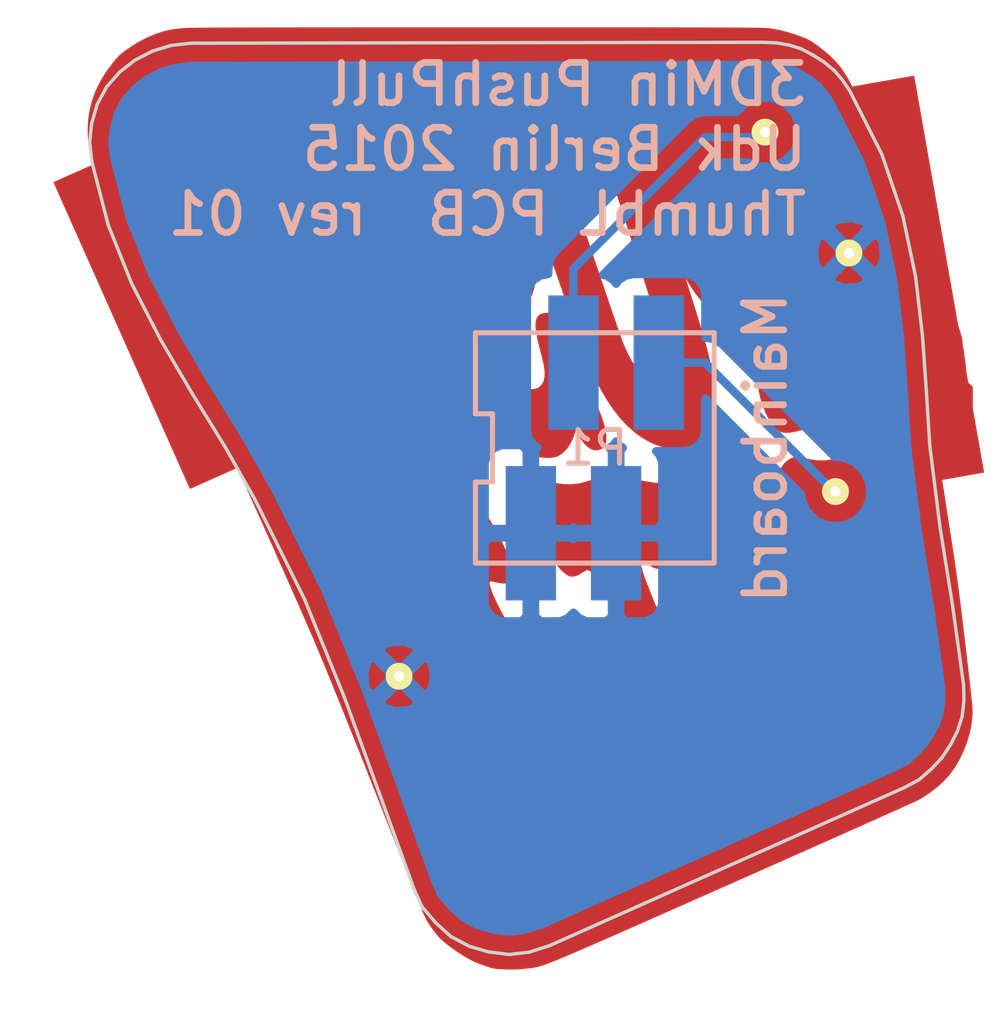
<source format=kicad_pcb>
(kicad_pcb (version 4) (host pcbnew "(2015-07-06 BZR 5889)-product")

  (general
    (links 5)
    (no_connects 0)
    (area 132.715 90.17 162.560001 120.650001)
    (thickness 1.6)
    (drawings 55)
    (tracks 7)
    (zones 0)
    (modules 2)
    (nets 4)
  )

  (page A4)
  (layers
    (0 F.Cu signal)
    (31 B.Cu signal)
    (32 B.Adhes user)
    (33 F.Adhes user)
    (34 B.Paste user)
    (35 F.Paste user)
    (36 B.SilkS user)
    (37 F.SilkS user)
    (38 B.Mask user)
    (39 F.Mask user)
    (40 Dwgs.User user)
    (41 Cmts.User user)
    (42 Eco1.User user)
    (43 Eco2.User user)
    (44 Edge.Cuts user)
    (45 Margin user)
    (46 B.CrtYd user)
    (47 F.CrtYd user)
    (48 B.Fab user)
    (49 F.Fab user)
  )

  (setup
    (last_trace_width 0.25)
    (trace_clearance 0.2)
    (zone_clearance 0.5)
    (zone_45_only no)
    (trace_min 0.2)
    (segment_width 0.2)
    (edge_width 0.1)
    (via_size 0.6)
    (via_drill 0.4)
    (via_min_size 0.4)
    (via_min_drill 0.3)
    (uvia_size 0.3)
    (uvia_drill 0.1)
    (uvias_allowed no)
    (uvia_min_size 0.2)
    (uvia_min_drill 0.1)
    (pcb_text_width 0.3)
    (pcb_text_size 1.5 1.5)
    (mod_edge_width 0.15)
    (mod_text_size 1 1)
    (mod_text_width 0.15)
    (pad_size 1.5 1.5)
    (pad_drill 0.6)
    (pad_to_mask_clearance 0)
    (aux_axis_origin 0 0)
    (grid_origin 134.62 119.38)
    (visible_elements FFFFFF7F)
    (pcbplotparams
      (layerselection 0x01050_80000001)
      (usegerberextensions false)
      (excludeedgelayer true)
      (linewidth 0.100000)
      (plotframeref false)
      (viasonmask false)
      (mode 1)
      (useauxorigin true)
      (hpglpennumber 1)
      (hpglpenspeed 20)
      (hpglpendiameter 15)
      (hpglpenoverlay 2)
      (psnegative false)
      (psa4output false)
      (plotreference true)
      (plotvalue true)
      (plotinvisibletext false)
      (padsonsilk false)
      (subtractmaskfromsilk false)
      (outputformat 1)
      (mirror false)
      (drillshape 0)
      (scaleselection 1)
      (outputdirectory gerber/))
  )

  (net 0 "")
  (net 1 GND)
  (net 2 "Net-(P1-Pad1)")
  (net 3 "Net-(P1-Pad3)")

  (net_class Default "This is the default net class."
    (clearance 0.2)
    (trace_width 0.25)
    (via_dia 0.6)
    (via_drill 0.4)
    (uvia_dia 0.3)
    (uvia_drill 0.1)
    (add_net GND)
    (add_net "Net-(P1-Pad1)")
    (add_net "Net-(P1-Pad3)")
  )

  (module Pushpull:4_PIN_MM_conn (layer B.Cu) (tedit 55DD8909) (tstamp 5563B62B)
    (at 150.4315 103.505 180)
    (path /5563B566)
    (fp_text reference P1 (at 0 0 180) (layer B.SilkS)
      (effects (font (size 1 1) (thickness 0.15)) (justify mirror))
    )
    (fp_text value Mainboard (at -5.08 0 270) (layer B.SilkS)
      (effects (font (size 1.2 1.2) (thickness 0.2)) (justify mirror))
    )
    (fp_line (start -3.556 -3.429) (end 3.556 -3.429) (layer B.SilkS) (width 0.15))
    (fp_line (start 0 3.429) (end 3.556 3.429) (layer B.SilkS) (width 0.15))
    (fp_line (start 0 3.429) (end -3.556 3.429) (layer B.SilkS) (width 0.15))
    (fp_line (start 3.556 1.016) (end 3.556 3.429) (layer B.SilkS) (width 0.15))
    (fp_line (start 3.556 -1.016) (end 3.556 -3.429) (layer B.SilkS) (width 0.15))
    (fp_line (start 3.048 -1.016) (end 3.048 1.016) (layer B.SilkS) (width 0.15))
    (fp_line (start 3.556 -1.016) (end 3.048 -1.016) (layer B.SilkS) (width 0.15))
    (fp_line (start 3.048 1.016) (end 3.556 1.016) (layer B.SilkS) (width 0.15))
    (fp_line (start -3.556 3.429) (end -3.556 -3.429) (layer B.SilkS) (width 0.15))
    (pad 1 smd rect (at -1.905 2.54 180) (size 1.5 4) (layers B.Cu B.Paste B.Mask)
      (net 2 "Net-(P1-Pad1)"))
    (pad 3 smd rect (at 0.635 2.54 180) (size 1.5 4) (layers B.Cu B.Paste B.Mask)
      (net 3 "Net-(P1-Pad3)"))
    (pad 2 smd rect (at -0.635 -2.54 180) (size 1.5 4) (layers B.Cu B.Paste B.Mask)
      (net 1 GND))
    (pad 4 smd rect (at 1.905 -2.54 180) (size 1.5 4) (layers B.Cu B.Paste B.Mask)
      (net 1 GND))
  )

  (module PushPull-footprints:PushPull_ThumbLogo-left-ed (layer F.Cu) (tedit 55DD9708) (tstamp 5563B63B)
    (at 148.5011 105.0036)
    (path /5563B6AE)
    (fp_text reference P2 (at 0 0) (layer F.SilkS) hide
      (effects (font (thickness 0.3)))
    )
    (fp_text value Thumb (at 0.75 0) (layer F.SilkS) hide
      (effects (font (thickness 0.3)))
    )
    (fp_poly (pts (xy 13.140266 -2.657317) (xy 13.140232 -2.493148) (xy 13.139995 -2.359211) (xy 13.139352 -2.251869)
      (xy 13.138101 -2.167488) (xy 13.136039 -2.102433) (xy 13.132964 -2.053067) (xy 13.128674 -2.015756)
      (xy 13.122966 -1.986864) (xy 13.115637 -1.962756) (xy 13.106484 -1.939796) (xy 13.099403 -1.923632)
      (xy 13.050238 -1.836768) (xy 12.983184 -1.750701) (xy 12.908425 -1.67742) (xy 12.86027 -1.642164)
      (xy 12.819117 -1.607816) (xy 12.774655 -1.557525) (xy 12.751323 -1.524815) (xy 12.706486 -1.463889)
      (xy 12.651467 -1.400949) (xy 12.622464 -1.372176) (xy 12.579419 -1.338854) (xy 12.51746 -1.298864)
      (xy 12.444003 -1.256119) (xy 12.366462 -1.214535) (xy 12.292252 -1.178026) (xy 12.228787 -1.150506)
      (xy 12.183482 -1.13589) (xy 12.172334 -1.134533) (xy 12.14638 -1.124589) (xy 12.1412 -1.112403)
      (xy 12.143763 -1.092956) (xy 12.151221 -1.042287) (xy 12.16323 -0.962634) (xy 12.179445 -0.856233)
      (xy 12.199521 -0.725322) (xy 12.223112 -0.572137) (xy 12.249874 -0.398916) (xy 12.279462 -0.207896)
      (xy 12.31153 -0.001314) (xy 12.345734 0.218594) (xy 12.381729 0.449589) (xy 12.412139 0.64443)
      (xy 12.45637 0.927991) (xy 12.496113 1.183886) (xy 12.531918 1.416106) (xy 12.564332 1.628642)
      (xy 12.593903 1.825485) (xy 12.621182 2.010625) (xy 12.646714 2.188053) (xy 12.67105 2.36176)
      (xy 12.694737 2.535737) (xy 12.718324 2.713974) (xy 12.742359 2.900463) (xy 12.76739 3.099193)
      (xy 12.793966 3.314157) (xy 12.822636 3.549343) (xy 12.853947 3.808744) (xy 12.888448 4.09635)
      (xy 12.901799 4.207934) (xy 12.93158 4.458144) (xy 12.960364 4.70232) (xy 12.987869 4.937943)
      (xy 13.013813 5.162497) (xy 13.037914 5.373462) (xy 13.059891 5.568322) (xy 13.079461 5.744558)
      (xy 13.096343 5.899653) (xy 13.110253 6.031089) (xy 13.120911 6.136347) (xy 13.128035 6.212911)
      (xy 13.13128 6.256954) (xy 13.12833 6.500628) (xy 13.097787 6.755206) (xy 13.041768 7.015342)
      (xy 12.962392 7.275685) (xy 12.861776 7.530888) (xy 12.742039 7.775602) (xy 12.605298 8.004478)
      (xy 12.453672 8.212168) (xy 12.289277 8.393324) (xy 12.282812 8.399608) (xy 12.09397 8.568026)
      (xy 11.887131 8.727167) (xy 11.852919 8.749837) (xy 11.852919 6.328298) (xy 11.838427 6.105757)
      (xy 11.791491 5.873548) (xy 11.748525 5.731934) (xy 11.719062 5.651765) (xy 11.681636 5.55977)
      (xy 11.639233 5.462305) (xy 11.59484 5.365728) (xy 11.551445 5.276397) (xy 11.512035 5.20067)
      (xy 11.479596 5.144904) (xy 11.460346 5.118586) (xy 11.413997 5.087938) (xy 11.375704 5.080001)
      (xy 11.295468 5.066782) (xy 11.223912 5.026019) (xy 11.159398 4.956048) (xy 11.100285 4.85521)
      (xy 11.058661 4.75872) (xy 11.008231 4.614768) (xy 10.955758 4.440046) (xy 10.901879 4.237546)
      (xy 10.847234 4.010259) (xy 10.792459 3.761175) (xy 10.738193 3.493285) (xy 10.685074 3.20958)
      (xy 10.633739 2.913052) (xy 10.584827 2.606691) (xy 10.550991 2.378373) (xy 10.521254 2.166434)
      (xy 10.497196 1.984253) (xy 10.478487 1.828261) (xy 10.464798 1.694887) (xy 10.455799 1.580561)
      (xy 10.451161 1.481713) (xy 10.450553 1.394771) (xy 10.453357 1.3208) (xy 10.463351 1.204008)
      (xy 10.479126 1.115785) (xy 10.50365 1.050951) (xy 10.539896 1.004327) (xy 10.590834 0.970733)
      (xy 10.659433 0.944988) (xy 10.670767 0.941672) (xy 10.756701 0.905844) (xy 10.817017 0.852177)
      (xy 10.856373 0.775536) (xy 10.870928 0.720978) (xy 10.879756 0.622117) (xy 10.871382 0.495701)
      (xy 10.846224 0.343099) (xy 10.804698 0.165677) (xy 10.747224 -0.035198) (xy 10.674219 -0.258157)
      (xy 10.586101 -0.501833) (xy 10.483287 -0.764859) (xy 10.366195 -1.045867) (xy 10.250747 -1.309012)
      (xy 10.190792 -1.444888) (xy 10.145473 -1.55547) (xy 10.114499 -1.645866) (xy 10.097579 -1.721182)
      (xy 10.094422 -1.786522) (xy 10.104735 -1.846995) (xy 10.128228 -1.907705) (xy 10.164609 -1.973759)
      (xy 10.208845 -2.043082) (xy 10.274219 -2.149) (xy 10.319804 -2.241468) (xy 10.349561 -2.331176)
      (xy 10.367453 -2.428818) (xy 10.373477 -2.487421) (xy 10.375644 -2.523486) (xy 10.375801 -2.561681)
      (xy 10.37343 -2.605696) (xy 10.368016 -2.65922) (xy 10.35904 -2.725945) (xy 10.345986 -2.80956)
      (xy 10.328336 -2.913756) (xy 10.305575 -3.042223) (xy 10.277183 -3.198652) (xy 10.262901 -3.276599)
      (xy 10.230601 -3.451154) (xy 10.203202 -3.59573) (xy 10.179938 -3.713741) (xy 10.160044 -3.808597)
      (xy 10.142754 -3.883711) (xy 10.127303 -3.942495) (xy 10.112925 -3.98836) (xy 10.098856 -4.024718)
      (xy 10.091401 -4.041011) (xy 10.02451 -4.149388) (xy 9.937873 -4.235854) (xy 9.82866 -4.302244)
      (xy 9.694037 -4.350397) (xy 9.5758 -4.375466) (xy 9.472941 -4.394068) (xy 9.393948 -4.413272)
      (xy 9.32893 -4.436423) (xy 9.267997 -4.466868) (xy 9.2202 -4.495755) (xy 9.108106 -4.584489)
      (xy 9.016023 -4.693031) (xy 8.963078 -4.785728) (xy 8.95476 -4.81232) (xy 8.939773 -4.869493)
      (xy 8.918667 -4.954788) (xy 8.891992 -5.065745) (xy 8.860302 -5.199904) (xy 8.824146 -5.354804)
      (xy 8.784075 -5.527987) (xy 8.740642 -5.716992) (xy 8.694397 -5.91936) (xy 8.645892 -6.13263)
      (xy 8.595677 -6.354343) (xy 8.544304 -6.582038) (xy 8.492324 -6.813256) (xy 8.440288 -7.045538)
      (xy 8.388748 -7.276422) (xy 8.338254 -7.50345) (xy 8.289359 -7.724162) (xy 8.242612 -7.936096)
      (xy 8.198566 -8.136795) (xy 8.157771 -8.323797) (xy 8.120779 -8.494643) (xy 8.088141 -8.646873)
      (xy 8.060408 -8.778028) (xy 8.038131 -8.885646) (xy 8.021862 -8.967269) (xy 8.012152 -9.020437)
      (xy 8.009467 -9.041425) (xy 8.016914 -9.103248) (xy 8.041936 -9.164275) (xy 8.088548 -9.232943)
      (xy 8.117689 -9.268644) (xy 8.214646 -9.392728) (xy 8.304464 -9.526255) (xy 8.384422 -9.663699)
      (xy 8.4518 -9.799532) (xy 8.503877 -9.928228) (xy 8.537932 -10.04426) (xy 8.551245 -10.142102)
      (xy 8.551333 -10.149511) (xy 8.547808 -10.20048) (xy 8.537926 -10.278521) (xy 8.522731 -10.377654)
      (xy 8.503265 -10.491903) (xy 8.48057 -10.61529) (xy 8.455689 -10.741838) (xy 8.429664 -10.865568)
      (xy 8.414971 -10.931433) (xy 8.356379 -11.166975) (xy 8.290054 -11.396415) (xy 8.21797 -11.614147)
      (xy 8.142104 -11.814561) (xy 8.064433 -11.992053) (xy 7.991476 -12.133098) (xy 7.925837 -12.235024)
      (xy 7.84818 -12.33454) (xy 7.764861 -12.424845) (xy 7.682236 -12.49914) (xy 7.606663 -12.550627)
      (xy 7.596031 -12.556108) (xy 7.506205 -12.600056) (xy 5.586136 -12.598528) (xy 5.431091 -12.598356)
      (xy 5.243741 -12.598064) (xy 5.025646 -12.597655) (xy 4.778368 -12.597134) (xy 4.503469 -12.596506)
      (xy 4.202508 -12.595776) (xy 3.877047 -12.594948) (xy 3.528647 -12.594026) (xy 3.158869 -12.593016)
      (xy 2.769274 -12.591922) (xy 2.361424 -12.590748) (xy 1.936879 -12.589499) (xy 1.4972 -12.58818)
      (xy 1.043948 -12.586795) (xy 0.578686 -12.585349) (xy 0.102972 -12.583846) (xy -0.38163 -12.582291)
      (xy -0.873561 -12.580689) (xy -1.371259 -12.579044) (xy -1.873163 -12.57736) (xy -2.377713 -12.575643)
      (xy -2.883346 -12.573897) (xy -3.335867 -12.572312) (xy -3.923078 -12.570254) (xy -4.477404 -12.568328)
      (xy -4.999825 -12.566517) (xy -5.491321 -12.564804) (xy -5.952875 -12.563174) (xy -6.385466 -12.561609)
      (xy -6.790075 -12.560093) (xy -7.167684 -12.558608) (xy -7.519272 -12.557139) (xy -7.845821 -12.555669)
      (xy -8.148311 -12.554181) (xy -8.427723 -12.552658) (xy -8.685038 -12.551084) (xy -8.921237 -12.549442)
      (xy -9.1373 -12.547716) (xy -9.334208 -12.545888) (xy -9.512942 -12.543942) (xy -9.674483 -12.541862)
      (xy -9.819811 -12.539631) (xy -9.949908 -12.537232) (xy -10.065753 -12.534648) (xy -10.168329 -12.531863)
      (xy -10.258614 -12.528861) (xy -10.337592 -12.525624) (xy -10.406241 -12.522136) (xy -10.465543 -12.51838)
      (xy -10.516479 -12.51434) (xy -10.560029 -12.509999) (xy -10.597174 -12.50534) (xy -10.628895 -12.500346)
      (xy -10.656173 -12.495002) (xy -10.679988 -12.48929) (xy -10.701322 -12.483194) (xy -10.721154 -12.476696)
      (xy -10.740466 -12.469781) (xy -10.760239 -12.462432) (xy -10.781453 -12.454632) (xy -10.805089 -12.446364)
      (xy -10.807842 -12.445438) (xy -10.943395 -12.394631) (xy -11.054774 -12.339466) (xy -11.151645 -12.274194)
      (xy -11.243672 -12.193068) (xy -11.260667 -12.176138) (xy -11.360726 -12.057998) (xy -11.438485 -11.926426)
      (xy -11.498118 -11.773808) (xy -11.516713 -11.709399) (xy -11.535086 -11.613863) (xy -11.547441 -11.49397)
      (xy -11.553676 -11.358711) (xy -11.553683 -11.217077) (xy -11.547359 -11.078058) (xy -11.534597 -10.950644)
      (xy -11.526217 -10.896599) (xy -11.472446 -10.672436) (xy -11.390717 -10.440303) (xy -11.284073 -10.205867)
      (xy -11.155556 -9.974794) (xy -11.008209 -9.752751) (xy -10.845075 -9.545404) (xy -10.736628 -9.425978)
      (xy -10.611838 -9.303475) (xy -10.491911 -9.202225) (xy -10.365807 -9.11358) (xy -10.247355 -9.042715)
      (xy -10.043309 -8.916245) (xy -9.865254 -8.77928) (xy -9.709297 -8.627427) (xy -9.571543 -8.456293)
      (xy -9.448101 -8.261487) (xy -9.335077 -8.038616) (xy -9.312219 -7.987651) (xy -9.185969 -7.702134)
      (xy -9.04564 -7.387956) (xy -8.892034 -7.046875) (xy -8.725955 -6.680652) (xy -8.548205 -6.291045)
      (xy -8.359589 -5.879815) (xy -8.160909 -5.44872) (xy -7.952969 -4.99952) (xy -7.736571 -4.533975)
      (xy -7.685891 -4.425208) (xy -7.297226 -3.591449) (xy -7.355128 -3.425103) (xy -7.394087 -3.30857)
      (xy -7.42384 -3.206274) (xy -7.445559 -3.110337) (xy -7.460416 -3.012884) (xy -7.469583 -2.906037)
      (xy -7.474234 -2.781919) (xy -7.47554 -2.632654) (xy -7.475532 -2.616199) (xy -7.474906 -2.488465)
      (xy -7.473016 -2.387731) (xy -7.469368 -2.307141) (xy -7.463468 -2.239839) (xy -7.454822 -2.178967)
      (xy -7.442938 -2.117668) (xy -7.438037 -2.095355) (xy -7.377751 -1.865952) (xy -7.304091 -1.652336)
      (xy -7.219054 -1.459176) (xy -7.124638 -1.291142) (xy -7.047538 -1.182735) (xy -6.91541 -1.033815)
      (xy -6.757448 -0.884232) (xy -6.580963 -0.740278) (xy -6.393266 -0.60824) (xy -6.341534 -0.575399)
      (xy -6.286157 -0.540973) (xy -6.242896 -0.513909) (xy -6.218964 -0.498724) (xy -6.216587 -0.497128)
      (xy -6.224462 -0.483548) (xy -6.250884 -0.450995) (xy -6.291142 -0.40511) (xy -6.318187 -0.375464)
      (xy -6.419075 -0.254148) (xy -6.497966 -0.133618) (xy -6.551683 -0.019199) (xy -6.571594 0.049369)
      (xy -6.580042 0.101588) (xy -6.582099 0.154032) (xy -6.57742 0.216947) (xy -6.565658 0.300583)
      (xy -6.56241 0.32079) (xy -6.509404 0.573661) (xy -6.430972 0.842537) (xy -6.32896 1.123344)
      (xy -6.205216 1.412009) (xy -6.061587 1.70446) (xy -5.899921 1.996623) (xy -5.722064 2.284426)
      (xy -5.57125 2.506134) (xy -5.443743 2.678804) (xy -5.298515 2.863475) (xy -5.14214 3.052451)
      (xy -4.981189 3.238035) (xy -4.822233 3.412533) (xy -4.671845 3.568248) (xy -4.624117 3.615267)
      (xy -4.536897 3.699934) (xy -4.374427 3.705877) (xy -4.290788 3.705898) (xy -4.186899 3.701411)
      (xy -4.075962 3.693182) (xy -3.97948 3.683019) (xy -3.877638 3.671232) (xy -3.801157 3.664778)
      (xy -3.741984 3.663451) (xy -3.69207 3.667045) (xy -3.647268 3.67455) (xy -3.508229 3.719283)
      (xy -3.385962 3.79269) (xy -3.321973 3.849758) (xy -3.299871 3.878404) (xy -3.261718 3.935114)
      (xy -3.208315 4.018578) (xy -3.140464 4.127486) (xy -3.058967 4.260527) (xy -2.964626 4.416389)
      (xy -2.858242 4.593764) (xy -2.740617 4.791339) (xy -2.612552 5.007804) (xy -2.583475 5.057122)
      (xy -2.458993 5.268529) (xy -2.350716 5.452817) (xy -2.257542 5.611973) (xy -2.178366 5.747989)
      (xy -2.112087 5.862852) (xy -2.0576 5.958552) (xy -2.013802 6.037078) (xy -1.97959 6.10042)
      (xy -1.953861 6.150568) (xy -1.935511 6.189509) (xy -1.923438 6.219235) (xy -1.916538 6.241733)
      (xy -1.913707 6.258994) (xy -1.913467 6.265243) (xy -1.927695 6.350091) (xy -1.968143 6.419076)
      (xy -2.013418 6.456399) (xy -2.047227 6.468759) (xy -2.106389 6.482977) (xy -2.182583 6.497302)
      (xy -2.267489 6.509978) (xy -2.267896 6.510031) (xy -2.555579 6.556218) (xy -2.813334 6.615974)
      (xy -3.040977 6.689189) (xy -3.238321 6.775755) (xy -3.405184 6.875562) (xy -3.541379 6.9885)
      (xy -3.646722 7.11446) (xy -3.721029 7.253332) (xy -3.762455 7.395772) (xy -3.771133 7.501475)
      (xy -3.760668 7.623823) (xy -3.730744 7.76338) (xy -3.681046 7.920711) (xy -3.611259 8.09638)
      (xy -3.521068 8.290951) (xy -3.410158 8.504989) (xy -3.278214 8.739057) (xy -3.124919 8.99372)
      (xy -2.94996 9.269543) (xy -2.753021 9.567089) (xy -2.533787 9.886923) (xy -2.291942 10.229609)
      (xy -2.027172 10.595711) (xy -1.811773 10.888134) (xy -1.721143 11.010891) (xy -1.627893 11.138267)
      (xy -1.536389 11.264222) (xy -1.450996 11.382715) (xy -1.376082 11.487707) (xy -1.316013 11.573157)
      (xy -1.303752 11.590867) (xy -1.186295 11.75905) (xy -1.083312 11.901549) (xy -0.992065 12.021843)
      (xy -0.909814 12.123415) (xy -0.833821 12.209744) (xy -0.761345 12.284312) (xy -0.747776 12.297409)
      (xy -0.627924 12.399778) (xy -0.513532 12.471632) (xy -0.40083 12.51504) (xy -0.325317 12.529136)
      (xy -0.252582 12.533891) (xy -0.180727 12.53032) (xy -0.101261 12.517114) (xy -0.005693 12.492965)
      (xy 0.084666 12.465947) (xy 0.142352 12.446024) (xy 0.230715 12.412695) (xy 0.349399 12.366108)
      (xy 0.498045 12.306411) (xy 0.676297 12.233751) (xy 0.883795 12.148277) (xy 1.120183 12.050136)
      (xy 1.385103 11.939477) (xy 1.678196 11.816447) (xy 1.999105 11.681195) (xy 2.347473 11.533867)
      (xy 2.683933 11.391178) (xy 3.33879 11.112302) (xy 3.962392 10.845048) (xy 4.554698 10.589435)
      (xy 5.115667 10.345479) (xy 5.645258 10.113201) (xy 6.14343 9.892618) (xy 6.610142 9.683748)
      (xy 7.045353 9.486609) (xy 7.449022 9.301221) (xy 7.821108 9.127601) (xy 8.161569 8.965768)
      (xy 8.470365 8.81574) (xy 8.644467 8.729376) (xy 8.787295 8.657783) (xy 8.902927 8.599386)
      (xy 8.994505 8.552338) (xy 9.065173 8.51479) (xy 9.118074 8.484892) (xy 9.156352 8.460796)
      (xy 9.183151 8.440653) (xy 9.201615 8.422615) (xy 9.214886 8.404832) (xy 9.224628 8.38818)
      (xy 9.258468 8.310121) (xy 9.291371 8.203135) (xy 9.322055 8.072158) (xy 9.349239 7.92213)
      (xy 9.354483 7.887992) (xy 9.367728 7.812147) (xy 9.382518 7.748218) (xy 9.396761 7.704435)
      (xy 9.40461 7.690799) (xy 9.442514 7.671625) (xy 9.484089 7.685857) (xy 9.528982 7.733274)
      (xy 9.565116 7.791394) (xy 9.623321 7.882822) (xy 9.691485 7.965777) (xy 9.763208 8.033821)
      (xy 9.832092 8.080515) (xy 9.866733 8.094848) (xy 9.915488 8.105798) (xy 9.959393 8.104685)
      (xy 10.014806 8.090671) (xy 10.0276 8.086606) (xy 10.13889 8.04695) (xy 10.270326 7.994176)
      (xy 10.414343 7.931837) (xy 10.563377 7.863483) (xy 10.709864 7.792665) (xy 10.84624 7.722934)
      (xy 10.964941 7.657843) (xy 11.049 7.607072) (xy 11.260589 7.454981) (xy 11.439991 7.292526)
      (xy 11.587171 7.119809) (xy 11.702091 6.936929) (xy 11.784713 6.743984) (xy 11.835002 6.541074)
      (xy 11.852919 6.328298) (xy 11.852919 8.749837) (xy 11.673998 8.868399) (xy 11.551425 8.939076)
      (xy 11.521364 8.953846) (xy 11.4615 8.981777) (xy 11.373005 9.022348) (xy 11.257055 9.075035)
      (xy 11.114824 9.139313) (xy 10.947484 9.214658) (xy 10.756211 9.300548) (xy 10.542178 9.396458)
      (xy 10.30656 9.501865) (xy 10.05053 9.616244) (xy 9.775263 9.739073) (xy 9.481932 9.869827)
      (xy 9.171712 10.007982) (xy 8.845776 10.153016) (xy 8.505299 10.304403) (xy 8.151455 10.461621)
      (xy 7.785417 10.624145) (xy 7.40836 10.791452) (xy 7.021458 10.963018) (xy 6.625885 11.13832)
      (xy 6.222815 11.316833) (xy 6.045403 11.395371) (xy 5.549116 11.615058) (xy 5.082803 11.821495)
      (xy 4.645452 12.015103) (xy 4.236051 12.196303) (xy 3.853589 12.365516) (xy 3.497053 12.523161)
      (xy 3.165433 12.66966) (xy 2.857717 12.805434) (xy 2.572894 12.930902) (xy 2.309951 13.046487)
      (xy 2.067877 13.152608) (xy 1.845661 13.249687) (xy 1.642291 13.338143) (xy 1.456755 13.418398)
      (xy 1.288042 13.490873) (xy 1.135141 13.555988) (xy 0.997039 13.614163) (xy 0.872725 13.665821)
      (xy 0.761187 13.71138) (xy 0.661415 13.751262) (xy 0.572396 13.785888) (xy 0.493118 13.815679)
      (xy 0.422571 13.841054) (xy 0.359743 13.862436) (xy 0.303621 13.880243) (xy 0.253195 13.894898)
      (xy 0.207452 13.906821) (xy 0.165382 13.916433) (xy 0.125973 13.924154) (xy 0.088213 13.930404)
      (xy 0.05109 13.935606) (xy 0.013593 13.940179) (xy -0.02529 13.944544) (xy -0.066569 13.949122)
      (xy -0.106058 13.953706) (xy -0.230802 13.967471) (xy -0.343142 13.976731) (xy -0.451821 13.981668)
      (xy -0.565582 13.982461) (xy -0.69317 13.979291) (xy -0.843326 13.972338) (xy -0.889 13.969828)
      (xy -0.964469 13.965022) (xy -1.026451 13.958953) (xy -1.082791 13.949808) (xy -1.141335 13.935774)
      (xy -1.209926 13.915038) (xy -1.29641 13.885788) (xy -1.380067 13.856345) (xy -1.504533 13.810793)
      (xy -1.607993 13.768937) (xy -1.702051 13.725342) (xy -1.798313 13.674573) (xy -1.908386 13.611195)
      (xy -1.92656 13.600411) (xy -2.035508 13.532617) (xy -2.157043 13.452159) (xy -2.278489 13.367712)
      (xy -2.387164 13.287952) (xy -2.418552 13.263757) (xy -2.505831 13.194618) (xy -2.574029 13.137721)
      (xy -2.630131 13.085905) (xy -2.681125 13.032009) (xy -2.733995 12.968874) (xy -2.795728 12.889339)
      (xy -2.836345 12.835539) (xy -2.908638 12.737844) (xy -2.965221 12.656713) (xy -3.011795 12.582473)
      (xy -3.054062 12.505447) (xy -3.097722 12.41596) (xy -3.145677 12.310606) (xy -3.168335 12.257879)
      (xy -3.202308 12.17595) (xy -3.246654 12.067187) (xy -3.30043 11.933961) (xy -3.362695 11.77864)
      (xy -3.432506 11.603592) (xy -3.508922 11.411186) (xy -3.591 11.203792) (xy -3.677799 10.983779)
      (xy -3.768376 10.753514) (xy -3.86179 10.515368) (xy -3.957098 10.271709) (xy -3.990793 10.185401)
      (xy -4.100145 9.905783) (xy -4.220163 9.600025) (xy -4.348772 9.273361) (xy -4.483892 8.931028)
      (xy -4.623449 8.578262) (xy -4.765364 8.220299) (xy -4.907562 7.862375) (xy -5.047964 7.509726)
      (xy -5.184494 7.167589) (xy -5.315075 6.8412) (xy -5.437629 6.535794) (xy -5.495354 6.392334)
      (xy -5.617885 6.088321) (xy -5.729593 5.811699) (xy -5.83204 5.558775) (xy -5.926785 5.325855)
      (xy -6.01539 5.109244) (xy -6.099416 4.90525) (xy -6.180423 4.710178) (xy -6.259973 4.520334)
      (xy -6.339625 4.332025) (xy -6.420942 4.141558) (xy -6.505483 3.945237) (xy -6.59481 3.73937)
      (xy -6.690484 3.520263) (xy -6.794065 3.284221) (xy -6.907114 3.027552) (xy -7.031193 2.746561)
      (xy -7.137517 2.506134) (xy -7.258343 2.233432) (xy -7.384484 1.949476) (xy -7.514222 1.658092)
      (xy -7.64584 1.363112) (xy -7.77762 1.068362) (xy -7.907847 0.777673) (xy -8.034802 0.494873)
      (xy -8.156769 0.223791) (xy -8.272031 -0.031745) (xy -8.378869 -0.267904) (xy -8.475568 -0.480859)
      (xy -8.560409 -0.66678) (xy -8.563218 -0.672915) (xy -9.131107 -1.913097) (xy -9.175654 -1.900582)
      (xy -9.212491 -1.894927) (xy -9.272477 -1.890601) (xy -9.344901 -1.888282) (xy -9.374079 -1.888066)
      (xy -9.442607 -1.888667) (xy -9.49387 -1.892269) (xy -9.538122 -1.901571) (xy -9.585619 -1.919272)
      (xy -9.646615 -1.94807) (xy -9.695812 -1.972733) (xy -9.835852 -2.055906) (xy -9.961516 -2.155157)
      (xy -10.066047 -2.264466) (xy -10.135279 -2.364357) (xy -10.169736 -2.416075) (xy -10.219218 -2.479474)
      (xy -10.274366 -2.542733) (xy -10.287743 -2.556933) (xy -10.341873 -2.616241) (xy -10.392056 -2.676209)
      (xy -10.429432 -2.726117) (xy -10.43635 -2.736756) (xy -10.474747 -2.787556) (xy -10.526654 -2.842339)
      (xy -10.560282 -2.872222) (xy -10.645312 -2.945827) (xy -10.728914 -3.026294) (xy -10.804399 -3.106568)
      (xy -10.865081 -3.179596) (xy -10.899847 -3.230398) (xy -10.939901 -3.294579) (xy -10.985827 -3.361771)
      (xy -11.002581 -3.384561) (xy -11.039934 -3.443532) (xy -11.070192 -3.507986) (xy -11.079077 -3.534713)
      (xy -11.108438 -3.602821) (xy -11.159653 -3.6784) (xy -11.180424 -3.703338) (xy -11.26569 -3.819727)
      (xy -11.345892 -3.967474) (xy -11.420038 -4.144315) (xy -11.487141 -4.347988) (xy -11.527036 -4.495799)
      (xy -11.548214 -4.566789) (xy -11.574962 -4.63813) (xy -11.591142 -4.673599) (xy -11.619589 -4.737827)
      (xy -11.643773 -4.806289) (xy -11.649306 -4.825999) (xy -11.667521 -4.882371) (xy -11.695299 -4.95182)
      (xy -11.721202 -5.008055) (xy -11.754398 -5.085611) (xy -11.773346 -5.161726) (xy -11.782152 -5.244745)
      (xy -11.79014 -5.322986) (xy -11.805507 -5.389752) (xy -11.832514 -5.460418) (xy -11.855808 -5.510528)
      (xy -11.885118 -5.573271) (xy -11.90761 -5.62548) (xy -11.919828 -5.658958) (xy -11.921067 -5.665376)
      (xy -11.926446 -5.692593) (xy -11.940493 -5.742049) (xy -11.960069 -5.804243) (xy -11.98204 -5.869669)
      (xy -12.003268 -5.928826) (xy -12.020616 -5.972209) (xy -12.026149 -5.983735) (xy -12.039273 -6.015345)
      (xy -12.058393 -6.070278) (xy -12.080363 -6.139251) (xy -12.09211 -6.178405) (xy -12.121771 -6.267621)
      (xy -12.152056 -6.337427) (xy -12.179951 -6.380906) (xy -12.180601 -6.381605) (xy -12.206123 -6.414425)
      (xy -12.242722 -6.468426) (xy -12.285187 -6.535101) (xy -12.328305 -6.60594) (xy -12.366863 -6.672434)
      (xy -12.395647 -6.726075) (xy -12.407247 -6.751568) (xy -12.424339 -6.783928) (xy -12.455558 -6.833269)
      (xy -12.494235 -6.889847) (xy -12.533699 -6.943916) (xy -12.567282 -6.985729) (xy -12.568265 -6.986846)
      (xy -12.589584 -7.017088) (xy -12.620939 -7.068998) (xy -12.657242 -7.133939) (xy -12.678009 -7.173112)
      (xy -12.717482 -7.249133) (xy -12.756702 -7.324698) (xy -12.789377 -7.387679) (xy -12.800067 -7.408295)
      (xy -12.820848 -7.452384) (xy -12.833868 -7.493992) (xy -12.840875 -7.543229) (xy -12.843613 -7.610207)
      (xy -12.843933 -7.662295) (xy -12.842449 -7.749405) (xy -12.837 -7.812823) (xy -12.826095 -7.862631)
      (xy -12.808239 -7.908914) (xy -12.807031 -7.911545) (xy -12.750194 -8.004607) (xy -12.671047 -8.094232)
      (xy -12.580312 -8.169512) (xy -12.515842 -8.207738) (xy -12.449486 -8.243385) (xy -12.382892 -8.284459)
      (xy -12.349613 -8.307806) (xy -12.305401 -8.339744) (xy -12.270305 -8.362347) (xy -12.258232 -8.368389)
      (xy -12.260196 -8.385128) (xy -12.277241 -8.430691) (xy -12.308816 -8.503864) (xy -12.354365 -8.60343)
      (xy -12.413337 -8.728173) (xy -12.485178 -8.876875) (xy -12.545684 -9.000373) (xy -12.648531 -9.210858)
      (xy -12.73662 -9.395124) (xy -12.811323 -9.556729) (xy -12.874013 -9.699233) (xy -12.926061 -9.826195)
      (xy -12.968842 -9.941173) (xy -13.003726 -10.047727) (xy -13.032086 -10.149416) (xy -13.055295 -10.249798)
      (xy -13.074725 -10.352433) (xy -13.080541 -10.3874) (xy -13.117466 -10.703526) (xy -13.125896 -11.014409)
      (xy -13.10586 -11.315206) (xy -13.07375 -11.523198) (xy -12.998435 -11.822678) (xy -12.89004 -12.116592)
      (xy -12.749033 -12.403987) (xy -12.575885 -12.683909) (xy -12.371064 -12.955406) (xy -12.363464 -12.96458)
      (xy -12.290313 -13.051074) (xy -12.229142 -13.118498) (xy -12.171432 -13.174739) (xy -12.108662 -13.227686)
      (xy -12.032312 -13.285224) (xy -11.96553 -13.332946) (xy -11.690728 -13.511066) (xy -11.413052 -13.659744)
      (xy -11.135649 -13.777389) (xy -10.98799 -13.827173) (xy -10.882203 -13.858596) (xy -10.792759 -13.882312)
      (xy -10.709108 -13.900388) (xy -10.620699 -13.91489) (xy -10.516978 -13.927885) (xy -10.422467 -13.937918)
      (xy -10.398443 -13.940252) (xy -10.372995 -13.942467) (xy -10.34522 -13.944565) (xy -10.314213 -13.946549)
      (xy -10.279074 -13.948423) (xy -10.238897 -13.95019) (xy -10.192781 -13.951854) (xy -10.139823 -13.953416)
      (xy -10.079118 -13.954882) (xy -10.009765 -13.956253) (xy -9.930861 -13.957533) (xy -9.841501 -13.958726)
      (xy -9.740784 -13.959835) (xy -9.627806 -13.960863) (xy -9.501664 -13.961812) (xy -9.361455 -13.962687)
      (xy -9.206276 -13.963491) (xy -9.035225 -13.964227) (xy -8.847397 -13.964898) (xy -8.641891 -13.965508)
      (xy -8.417803 -13.966059) (xy -8.174229 -13.966555) (xy -7.910268 -13.966999) (xy -7.625015 -13.967394)
      (xy -7.317569 -13.967745) (xy -6.987025 -13.968053) (xy -6.632481 -13.968322) (xy -6.253034 -13.968556)
      (xy -5.847781 -13.968757) (xy -5.415819 -13.96893) (xy -4.956244 -13.969076) (xy -4.468154 -13.9692)
      (xy -3.950646 -13.969304) (xy -3.402817 -13.969393) (xy -2.823763 -13.969468) (xy -2.212582 -13.969534)
      (xy -1.617133 -13.96959) (xy -0.972472 -13.96964) (xy -0.360791 -13.969672) (xy 0.218794 -13.969684)
      (xy 0.76717 -13.969672) (xy 1.285222 -13.969635) (xy 1.773836 -13.969568) (xy 2.233897 -13.969471)
      (xy 2.666292 -13.969339) (xy 3.071906 -13.969171) (xy 3.451625 -13.968963) (xy 3.806334 -13.968713)
      (xy 4.13692 -13.968418) (xy 4.444267 -13.968076) (xy 4.729262 -13.967683) (xy 4.99279 -13.967238)
      (xy 5.235738 -13.966736) (xy 5.45899 -13.966177) (xy 5.663433 -13.965556) (xy 5.849952 -13.964871)
      (xy 6.019433 -13.96412) (xy 6.172762 -13.963299) (xy 6.310824 -13.962407) (xy 6.434505 -13.96144)
      (xy 6.544691 -13.960396) (xy 6.642267 -13.959271) (xy 6.72812 -13.958064) (xy 6.803134 -13.956772)
      (xy 6.868197 -13.955391) (xy 6.924192 -13.95392) (xy 6.972007 -13.952354) (xy 7.012527 -13.950693)
      (xy 7.046637 -13.948933) (xy 7.075223 -13.947071) (xy 7.099172 -13.945104) (xy 7.119368 -13.943031)
      (xy 7.120467 -13.942904) (xy 7.366533 -13.903363) (xy 7.629456 -13.840309) (xy 7.903313 -13.755292)
      (xy 8.069934 -13.694566) (xy 8.170497 -13.654715) (xy 8.25066 -13.61923) (xy 8.320916 -13.582373)
      (xy 8.391761 -13.538406) (xy 8.473689 -13.481591) (xy 8.517883 -13.449638) (xy 8.611777 -13.379026)
      (xy 8.714713 -13.298003) (xy 8.814716 -13.216191) (xy 8.899813 -13.143213) (xy 8.905787 -13.137894)
      (xy 9.095646 -12.946672) (xy 9.269908 -12.726889) (xy 9.427225 -12.48071) (xy 9.56625 -12.210296)
      (xy 9.685637 -11.917811) (xy 9.711117 -11.844866) (xy 9.802807 -11.573933) (xy 9.939572 -11.563512)
      (xy 10.027525 -11.553322) (xy 10.099332 -11.535106) (xy 10.172557 -11.504102) (xy 10.189067 -11.495871)
      (xy 10.315755 -11.417459) (xy 10.424558 -11.321829) (xy 10.508597 -11.21536) (xy 10.528559 -11.181124)
      (xy 10.567456 -11.117663) (xy 10.612798 -11.056901) (xy 10.643164 -11.023599) (xy 10.719243 -10.938096)
      (xy 10.797927 -10.825777) (xy 10.874904 -10.692982) (xy 10.896534 -10.651066) (xy 10.93367 -10.580447)
      (xy 10.972709 -10.511462) (xy 11.005932 -10.457688) (xy 11.009468 -10.452453) (xy 11.041238 -10.39934)
      (xy 11.076762 -10.329735) (xy 11.107447 -10.260825) (xy 11.178327 -10.128743) (xy 11.240474 -10.051796)
      (xy 11.289785 -9.994664) (xy 11.334641 -9.934222) (xy 11.36232 -9.888962) (xy 11.390933 -9.836822)
      (xy 11.429949 -9.770695) (xy 11.470991 -9.704776) (xy 11.47153 -9.703938) (xy 11.57632 -9.536784)
      (xy 11.66063 -9.392407) (xy 11.725937 -9.267799) (xy 11.77372 -9.159951) (xy 11.805455 -9.065856)
      (xy 11.821345 -8.991599) (xy 11.836245 -8.916388) (xy 11.856914 -8.842786) (xy 11.878141 -8.788399)
      (xy 11.896598 -8.74455) (xy 11.921336 -8.676286) (xy 11.949548 -8.591819) (xy 11.978426 -8.499359)
      (xy 11.988159 -8.466666) (xy 12.016455 -8.371145) (xy 12.044345 -8.278451) (xy 12.069101 -8.197552)
      (xy 12.087997 -8.137412) (xy 12.092267 -8.1243) (xy 12.110712 -8.051447) (xy 12.122275 -7.972992)
      (xy 12.124267 -7.934903) (xy 12.127637 -7.872535) (xy 12.136229 -7.816581) (xy 12.142447 -7.794669)
      (xy 12.153875 -7.75336) (xy 12.165943 -7.692076) (xy 12.175442 -7.628466) (xy 12.1893 -7.525973)
      (xy 12.205358 -7.420613) (xy 12.222215 -7.320483) (xy 12.238475 -7.233681) (xy 12.252739 -7.168304)
      (xy 12.258748 -7.145978) (xy 12.271118 -7.093802) (xy 12.276646 -7.048066) (xy 12.276666 -7.046066)
      (xy 12.283983 -7.00874) (xy 12.302848 -6.955378) (xy 12.320953 -6.914791) (xy 12.355842 -6.819377)
      (xy 12.37636 -6.702238) (xy 12.378128 -6.684503) (xy 12.397177 -6.529711) (xy 12.42639 -6.381745)
      (xy 12.469226 -6.22337) (xy 12.473491 -6.209254) (xy 12.492525 -6.142334) (xy 12.506752 -6.084034)
      (xy 12.513638 -6.044963) (xy 12.513916 -6.039921) (xy 12.518869 -6.002231) (xy 12.531245 -5.948315)
      (xy 12.539462 -5.919259) (xy 12.552865 -5.861395) (xy 12.565163 -5.784677) (xy 12.574023 -5.704093)
      (xy 12.57505 -5.690659) (xy 12.592795 -5.553584) (xy 12.6286 -5.391546) (xy 12.682781 -5.20321)
      (xy 12.708964 -5.122333) (xy 12.752849 -4.988073) (xy 12.785994 -4.880702) (xy 12.809623 -4.795427)
      (xy 12.824959 -4.727453) (xy 12.833227 -4.671986) (xy 12.83565 -4.625987) (xy 12.840661 -4.552924)
      (xy 12.853161 -4.47736) (xy 12.86105 -4.446542) (xy 12.876703 -4.376768) (xy 12.885539 -4.302126)
      (xy 12.886267 -4.279814) (xy 12.891235 -4.210823) (xy 12.903743 -4.135543) (xy 12.910185 -4.108939)
      (xy 12.919099 -4.061513) (xy 12.927863 -3.988444) (xy 12.935708 -3.897948) (xy 12.941868 -3.798245)
      (xy 12.944162 -3.745151) (xy 12.954221 -3.468637) (xy 13.047244 -3.383619) (xy 13.140266 -3.298601)
      (xy 13.140266 -2.657317) (xy 13.140266 -2.657317)) (layer F.Cu) (width 0.1))
    (fp_poly (pts (xy 11.304206 6.63241) (xy 11.295185 6.752113) (xy 11.273733 6.849847) (xy 11.259366 6.885847)
      (xy 11.236879 6.925347) (xy 11.2094 6.953962) (xy 11.170397 6.97472) (xy 11.11334 6.990645)
      (xy 11.031698 7.004763) (xy 10.989879 7.010693) (xy 10.835613 7.042149) (xy 10.697649 7.094248)
      (xy 10.563212 7.172061) (xy 10.536347 7.190643) (xy 10.417369 7.274321) (xy 10.321914 7.339237)
      (xy 10.246238 7.386714) (xy 10.186595 7.418077) (xy 10.139242 7.434651) (xy 10.100434 7.437758)
      (xy 10.066427 7.428723) (xy 10.033476 7.40887) (xy 9.999087 7.380622) (xy 9.941423 7.3137)
      (xy 9.885662 7.219008) (xy 9.83325 7.102534) (xy 9.785634 6.970266) (xy 9.74426 6.82819)
      (xy 9.710575 6.682293) (xy 9.686024 6.538562) (xy 9.672055 6.402985) (xy 9.670113 6.281548)
      (xy 9.681645 6.180238) (xy 9.696699 6.128891) (xy 9.722629 6.080178) (xy 9.75808 6.049754)
      (xy 9.810363 6.034208) (xy 9.886789 6.03013) (xy 9.90769 6.030436) (xy 9.968148 6.028097)
      (xy 10.014778 6.016098) (xy 10.048042 5.991545) (xy 10.068403 5.951544) (xy 10.076321 5.893201)
      (xy 10.07226 5.813622) (xy 10.056679 5.709912) (xy 10.030042 5.579178) (xy 10.000315 5.449954)
      (xy 9.964349 5.304606) (xy 9.932622 5.190323) (xy 9.904203 5.104704) (xy 9.878161 5.045343)
      (xy 9.853564 5.009838) (xy 9.829482 4.995785) (xy 9.824166 4.995334) (xy 9.795459 5.000738)
      (xy 9.743826 5.015222) (xy 9.678133 5.036196) (xy 9.642476 5.048416) (xy 9.490584 5.089126)
      (xy 9.490584 3.336849) (xy 9.483316 3.25874) (xy 9.473891 3.203797) (xy 9.462764 3.148579)
      (xy 9.444865 3.065325) (xy 9.421166 2.958209) (xy 9.39264 2.831406) (xy 9.36026 2.689091)
      (xy 9.325 2.535439) (xy 9.287831 2.374624) (xy 9.249728 2.21082) (xy 9.211663 2.048204)
      (xy 9.174609 1.890948) (xy 9.139539 1.743229) (xy 9.107427 1.609221) (xy 9.079245 1.493098)
      (xy 9.055966 1.399035) (xy 9.038564 1.331208) (xy 9.031067 1.303867) (xy 8.990654 1.177422)
      (xy 8.948924 1.071765) (xy 8.907682 0.990825) (xy 8.868732 0.938534) (xy 8.859595 0.930422)
      (xy 8.805258 0.905852) (xy 8.733589 0.89775) (xy 8.657119 0.906619) (xy 8.613499 0.920565)
      (xy 8.541688 0.964819) (xy 8.486168 1.031845) (xy 8.446203 1.123569) (xy 8.421061 1.241916)
      (xy 8.410007 1.388812) (xy 8.409368 1.456267) (xy 8.413896 1.588393) (xy 8.426502 1.726055)
      (xy 8.448088 1.874927) (xy 8.479558 2.040682) (xy 8.521817 2.228992) (xy 8.552244 2.353244)
      (xy 8.623074 2.613303) (xy 8.696788 2.840875) (xy 8.773281 3.035749) (xy 8.852446 3.197712)
      (xy 8.934179 3.32655) (xy 9.018373 3.422053) (xy 9.104922 3.484008) (xy 9.118239 3.490457)
      (xy 9.160653 3.508975) (xy 9.193006 3.518136) (xy 9.225858 3.517801) (xy 9.269769 3.507834)
      (xy 9.335299 3.488096) (xy 9.336851 3.487617) (xy 9.408767 3.46162) (xy 9.456341 3.432011)
      (xy 9.482603 3.392513) (xy 9.490584 3.336849) (xy 9.490584 5.089126) (xy 9.481816 5.091476)
      (xy 9.334101 5.103358) (xy 9.199071 5.084073) (xy 9.144 5.065869) (xy 9.013887 4.998511)
      (xy 8.882096 4.898577) (xy 8.749569 4.767256) (xy 8.617245 4.605739) (xy 8.486068 4.415213)
      (xy 8.356977 4.196869) (xy 8.230913 3.951896) (xy 8.184661 3.853516) (xy 8.076306 3.602183)
      (xy 7.968685 3.323423) (xy 7.863778 3.023651) (xy 7.763565 2.709283) (xy 7.670024 2.386736)
      (xy 7.585135 2.062426) (xy 7.510877 1.742768) (xy 7.466049 1.524) (xy 7.450843 1.44705)
      (xy 7.437493 1.383141) (xy 7.42748 1.339119) (xy 7.422384 1.321929) (xy 7.407233 1.325148)
      (xy 7.398097 1.33273) (xy 7.385539 1.364916) (xy 7.381085 1.424256) (xy 7.384376 1.505113)
      (xy 7.395056 1.601848) (xy 7.412764 1.708823) (xy 7.426071 1.773141) (xy 7.444158 1.848483)
      (xy 7.471773 1.954978) (xy 7.508563 2.091387) (xy 7.554174 2.25647) (xy 7.608251 2.44899)
      (xy 7.670439 2.667705) (xy 7.740385 2.911377) (xy 7.817734 3.178767) (xy 7.902132 3.468636)
      (xy 7.993224 3.779744) (xy 8.090657 4.110851) (xy 8.194076 4.46072) (xy 8.204469 4.495801)
      (xy 8.296753 4.808725) (xy 8.379243 5.091933) (xy 8.452544 5.347939) (xy 8.517261 5.579256)
      (xy 8.573998 5.788399) (xy 8.623361 5.977882) (xy 8.665954 6.15022) (xy 8.702382 6.307926)
      (xy 8.733251 6.453514) (xy 8.759164 6.589498) (xy 8.780728 6.718394) (xy 8.798546 6.842714)
      (xy 8.813224 6.964973) (xy 8.823731 7.069667) (xy 8.833813 7.2709) (xy 8.828288 7.474384)
      (xy 8.808036 7.671833) (xy 8.773937 7.854956) (xy 8.72687 8.015468) (xy 8.721896 8.02887)
      (xy 8.64469 8.188323) (xy 8.54157 8.331795) (xy 8.416878 8.454391) (xy 8.274958 8.551215)
      (xy 8.244045 8.56748) (xy 8.110752 8.624796) (xy 7.984448 8.657358) (xy 7.852327 8.667889)
      (xy 7.781551 8.665831) (xy 7.613705 8.63922) (xy 7.446565 8.579245) (xy 7.280704 8.486409)
      (xy 7.116697 8.361213) (xy 6.955118 8.204161) (xy 6.796541 8.015755) (xy 6.641541 7.796498)
      (xy 6.490692 7.546891) (xy 6.479108 7.526144) (xy 6.446012 7.466003) (xy 6.414079 7.4066)
      (xy 6.382636 7.346293) (xy 6.35101 7.283439) (xy 6.318528 7.216393) (xy 6.284518 7.143514)
      (xy 6.248306 7.063156) (xy 6.20922 6.973678) (xy 6.166586 6.873435) (xy 6.119733 6.760784)
      (xy 6.067986 6.634083) (xy 6.010674 6.491687) (xy 5.947124 6.331953) (xy 5.876662 6.153238)
      (xy 5.798616 5.953899) (xy 5.712313 5.732292) (xy 5.61708 5.486774) (xy 5.512245 5.215701)
      (xy 5.397134 4.917431) (xy 5.271075 4.590319) (xy 5.175997 4.343401) (xy 5.086661 4.11149)
      (xy 4.999809 3.886327) (xy 4.916325 3.670188) (xy 4.837095 3.465352) (xy 4.763004 3.274099)
      (xy 4.694937 3.098707) (xy 4.633779 2.941454) (xy 4.580415 2.80462) (xy 4.535731 2.690483)
      (xy 4.500611 2.601321) (xy 4.475942 2.539414) (xy 4.46329 2.508616) (xy 4.39222 2.351935)
      (xy 4.322913 2.215693) (xy 4.2568 2.102053) (xy 4.195314 2.013176) (xy 4.139885 1.951225)
      (xy 4.091945 1.918361) (xy 4.069188 1.913467) (xy 4.038402 1.922641) (xy 3.990591 1.946714)
      (xy 3.936008 1.980512) (xy 3.935052 1.98116) (xy 3.863919 2.023414) (xy 3.805529 2.045988)
      (xy 3.783682 2.048893) (xy 3.731242 2.037029) (xy 3.666221 2.005131) (xy 3.598117 1.958846)
      (xy 3.536428 1.903821) (xy 3.532281 1.899453) (xy 3.474717 1.855508) (xy 3.395736 1.827483)
      (xy 3.390441 1.82627) (xy 3.336469 1.815415) (xy 3.305055 1.814219) (xy 3.286026 1.823653)
      (xy 3.27446 1.83733) (xy 3.259045 1.866903) (xy 3.252996 1.90502) (xy 3.256682 1.957736)
      (xy 3.27047 2.031105) (xy 3.291548 2.118729) (xy 3.303081 2.162247) (xy 3.316496 2.208817)
      (xy 3.332424 2.260013) (xy 3.351495 2.317409) (xy 3.37434 2.382579) (xy 3.401589 2.457096)
      (xy 3.433872 2.542535) (xy 3.47182 2.640469) (xy 3.516064 2.752473) (xy 3.567233 2.88012)
      (xy 3.625959 3.024984) (xy 3.692871 3.188638) (xy 3.768601 3.372658) (xy 3.853778 3.578615)
      (xy 3.949034 3.808086) (xy 4.054998 4.062643) (xy 4.172301 4.34386) (xy 4.301574 4.65331)
      (xy 4.426893 4.953001) (xy 4.566044 5.285475) (xy 4.692893 5.588147) (xy 4.808094 5.862502)
      (xy 4.912302 6.110029) (xy 5.006171 6.332214) (xy 5.090356 6.530545) (xy 5.165511 6.706508)
      (xy 5.232292 6.861591) (xy 5.291352 6.99728) (xy 5.343345 7.115064) (xy 5.388927 7.216428)
      (xy 5.428752 7.302861) (xy 5.463474 7.375849) (xy 5.493748 7.43688) (xy 5.520228 7.48744)
      (xy 5.543569 7.529017) (xy 5.564425 7.563098) (xy 5.583451 7.591169) (xy 5.594547 7.606119)
      (xy 5.643422 7.664038) (xy 5.683425 7.692931) (xy 5.722139 7.693376) (xy 5.767144 7.665949)
      (xy 5.814293 7.622837) (xy 5.879069 7.56506) (xy 5.932495 7.53333) (xy 5.981926 7.525462)
      (xy 6.034719 7.539272) (xy 6.058354 7.550339) (xy 6.135043 7.604893) (xy 6.212688 7.688152)
      (xy 6.289205 7.795091) (xy 6.362514 7.920686) (xy 6.430532 8.059911) (xy 6.491177 8.207742)
      (xy 6.542367 8.359153) (xy 6.58202 8.50912) (xy 6.608054 8.652618) (xy 6.618387 8.784622)
      (xy 6.612707 8.888248) (xy 6.585757 8.986081) (xy 6.536042 9.062926) (xy 6.467859 9.113954)
      (xy 6.427582 9.128327) (xy 6.36298 9.145358) (xy 6.283246 9.162835) (xy 6.20457 9.177379)
      (xy 6.110937 9.194925) (xy 6.016146 9.215787) (xy 5.932664 9.237066) (xy 5.883287 9.252132)
      (xy 5.791131 9.287093) (xy 5.674668 9.336244) (xy 5.539036 9.39705) (xy 5.389376 9.466973)
      (xy 5.230825 9.543477) (xy 5.068525 9.624025) (xy 4.907614 9.706081) (xy 4.753231 9.787107)
      (xy 4.610517 9.864568) (xy 4.48461 9.935927) (xy 4.4196 9.974558) (xy 4.324732 10.031303)
      (xy 4.224255 10.089873) (xy 4.128708 10.144216) (xy 4.048633 10.18828) (xy 4.031671 10.197295)
      (xy 3.959069 10.23479) (xy 3.906808 10.258699) (xy 3.865524 10.2717) (xy 3.82585 10.276468)
      (xy 3.778421 10.275681) (xy 3.760737 10.27473) (xy 3.699036 10.269615) (xy 3.648643 10.262584)
      (xy 3.622678 10.255921) (xy 3.59611 10.257288) (xy 3.573138 10.286618) (xy 3.540033 10.32492)
      (xy 3.482056 10.360439) (xy 3.39704 10.39401) (xy 3.282817 10.426463) (xy 3.13722 10.458633)
      (xy 3.113027 10.463391) (xy 3.009266 10.485072) (xy 2.905087 10.509541) (xy 2.810528 10.534262)
      (xy 2.73563 10.556702) (xy 2.715094 10.563851) (xy 2.595249 10.610932) (xy 2.450917 10.672334)
      (xy 2.287051 10.745636) (xy 2.108602 10.828415) (xy 1.920523 10.91825) (xy 1.727765 11.01272)
      (xy 1.535279 11.109401) (xy 1.34802 11.205872) (xy 1.170937 11.299711) (xy 1.008982 11.388497)
      (xy 0.889 11.456965) (xy 0.780051 11.519846) (xy 0.669358 11.582465) (xy 0.564113 11.640842)
      (xy 0.471512 11.691) (xy 0.398748 11.728959) (xy 0.382501 11.73706) (xy 0.306116 11.77376)
      (xy 0.249846 11.797545) (xy 0.203773 11.811148) (xy 0.157977 11.8173) (xy 0.102537 11.818733)
      (xy 0.086168 11.818675) (xy -0.020563 11.811373) (xy -0.107734 11.791952) (xy -0.120098 11.787458)
      (xy -0.197393 11.751563) (xy -0.27432 11.703504) (xy -0.353085 11.64092) (xy -0.435893 11.561448)
      (xy -0.524952 11.462726) (xy -0.622467 11.342393) (xy -0.730644 11.198085) (xy -0.851689 11.027442)
      (xy -0.912922 10.938539) (xy -1.031361 10.766135) (xy -1.137846 10.613385) (xy -1.236506 10.47484)
      (xy -1.33147 10.345047) (xy -1.426868 10.218555) (xy -1.526829 10.089913) (xy -1.635482 9.95367)
      (xy -1.756958 9.804374) (xy -1.895385 9.636575) (xy -1.938796 9.584267) (xy -2.107328 9.38056)
      (xy -2.255262 9.199755) (xy -2.384418 9.03937) (xy -2.496618 8.896922) (xy -2.593681 8.769931)
      (xy -2.677427 8.655912) (xy -2.749676 8.552384) (xy -2.81225 8.456864) (xy -2.866968 8.36687)
      (xy -2.91565 8.27992) (xy -2.960117 8.193532) (xy -2.963205 8.187267) (xy -3.032546 8.030655)
      (xy -3.076533 7.893229) (xy -3.095561 7.772178) (xy -3.090022 7.664687) (xy -3.060312 7.567943)
      (xy -3.052233 7.55107) (xy -3.021603 7.497247) (xy -2.988667 7.4597) (xy -2.942267 7.427685)
      (xy -2.900986 7.405463) (xy -2.787273 7.358954) (xy -2.674562 7.339213) (xy -2.552657 7.345017)
      (xy -2.489796 7.356114) (xy -2.322202 7.406549) (xy -2.149382 7.487431) (xy -1.974259 7.596338)
      (xy -1.799754 7.730845) (xy -1.62879 7.888527) (xy -1.464289 8.066962) (xy -1.309173 8.263724)
      (xy -1.195865 8.429476) (xy -1.161246 8.485166) (xy -1.114442 8.562786) (xy -1.05993 8.654784)
      (xy -1.002193 8.75361) (xy -0.954763 8.835876) (xy -0.863418 8.993305) (xy -0.784083 9.124974)
      (xy -0.713647 9.235426) (xy -0.648994 9.329204) (xy -0.587012 9.410849) (xy -0.524586 9.484905)
      (xy -0.46758 9.546602) (xy -0.336273 9.665472) (xy -0.201363 9.752586) (xy -0.064144 9.807398)
      (xy 0.074087 9.829363) (xy 0.187122 9.822507) (xy 0.24414 9.809202) (xy 0.323402 9.785132)
      (xy 0.417736 9.753043) (xy 0.519969 9.715684) (xy 0.622931 9.675802) (xy 0.719449 9.636143)
      (xy 0.802351 9.599456) (xy 0.864465 9.568488) (xy 0.889 9.553637) (xy 0.941821 9.506312)
      (xy 0.975767 9.449205) (xy 0.990382 9.380238) (xy 0.985211 9.297331) (xy 0.959799 9.198404)
      (xy 0.913691 9.081379) (xy 0.846433 8.944177) (xy 0.757569 8.784718) (xy 0.699336 8.686801)
      (xy 0.66281 8.626991) (xy 0.610503 8.54209) (xy 0.543577 8.433954) (xy 0.463195 8.304438)
      (xy 0.370519 8.1554) (xy 0.266713 7.988694) (xy 0.152938 7.806178) (xy 0.030357 7.609707)
      (xy -0.099867 7.401138) (xy -0.236571 7.182326) (xy -0.378593 6.955127) (xy -0.52477 6.721399)
      (xy -0.673939 6.482996) (xy -0.824939 6.241776) (xy -0.976605 5.999593) (xy -1.127776 5.758305)
      (xy -1.277289 5.519768) (xy -1.423981 5.285837) (xy -1.56669 5.058368) (xy -1.704253 4.839218)
      (xy -1.835507 4.630244) (xy -1.95929 4.4333) (xy -2.074439 4.250243) (xy -2.179791 4.08293)
      (xy -2.274184 3.933216) (xy -2.356455 3.802958) (xy -2.425442 3.694011) (xy -2.479981 3.608232)
      (xy -2.51891 3.547477) (xy -2.541024 3.513667) (xy -2.673872 3.325087) (xy -2.799789 3.162863)
      (xy -2.917892 3.027854) (xy -3.027296 2.920917) (xy -3.12712 2.842912) (xy -3.216479 2.794696)
      (xy -3.29449 2.777128) (xy -3.298939 2.777067) (xy -3.352556 2.788228) (xy -3.431228 2.821593)
      (xy -3.534592 2.876992) (xy -3.631862 2.935225) (xy -3.740503 2.992954) (xy -3.8387 3.022229)
      (xy -3.933751 3.023446) (xy -4.032952 2.996998) (xy -4.110921 2.961111) (xy -4.246165 2.87806)
      (xy -4.391198 2.7669) (xy -4.543425 2.631045) (xy -4.70025 2.473908) (xy -4.859079 2.298901)
      (xy -5.017318 2.109438) (xy -5.172372 1.908931) (xy -5.321646 1.700795) (xy -5.462545 1.488442)
      (xy -5.592474 1.275285) (xy -5.70884 1.064737) (xy -5.809047 0.860211) (xy -5.890501 0.665121)
      (xy -5.92055 0.580706) (xy -5.959953 0.441642) (xy -5.985325 0.305271) (xy -5.995583 0.179994)
      (xy -5.989643 0.07421) (xy -5.987521 0.061775) (xy -5.959038 -0.010666) (xy -5.906028 -0.078583)
      (xy -5.837192 -0.130889) (xy -5.83575 -0.13168) (xy -5.781602 -0.148489) (xy -5.697422 -0.157424)
      (xy -5.586089 -0.158591) (xy -5.450484 -0.152097) (xy -5.293487 -0.138049) (xy -5.117978 -0.116552)
      (xy -5.012267 -0.101238) (xy -4.784152 -0.069346) (xy -4.579194 -0.047773) (xy -4.390849 -0.037033)
      (xy -4.212572 -0.037642) (xy -4.037818 -0.050114) (xy -3.860041 -0.074965) (xy -3.672696 -0.112709)
      (xy -3.469239 -0.163862) (xy -3.243124 -0.228939) (xy -3.191933 -0.244488) (xy -3.031344 -0.293329)
      (xy -2.899008 -0.332699) (xy -2.79094 -0.363505) (xy -2.703157 -0.386655) (xy -2.631673 -0.403056)
      (xy -2.572505 -0.413616) (xy -2.521669 -0.419241) (xy -2.475179 -0.420838) (xy -2.429052 -0.419316)
      (xy -2.425178 -0.419082) (xy -2.292478 -0.394764) (xy -2.153797 -0.338638) (xy -2.010896 -0.251863)
      (xy -1.865533 -0.135601) (xy -1.719468 0.008987) (xy -1.640696 0.0987) (xy -1.513212 0.261079)
      (xy -1.380579 0.448891) (xy -1.24697 0.65501) (xy -1.116561 0.872309) (xy -0.993526 1.093664)
      (xy -0.88204 1.311949) (xy -0.786277 1.520039) (xy -0.735426 1.64391) (xy -0.677215 1.805822)
      (xy -0.636771 1.947888) (xy -0.612332 2.077932) (xy -0.602135 2.203777) (xy -0.601595 2.238028)
      (xy -0.602077 2.315228) (xy -0.605113 2.36675) (xy -0.612303 2.400771) (xy -0.625247 2.425465)
      (xy -0.642185 2.445461) (xy -0.679544 2.472582) (xy -0.731374 2.486818) (xy -0.801876 2.488238)
      (xy -0.89525 2.476911) (xy -1.015696 2.452908) (xy -1.020925 2.451733) (xy -1.110148 2.433339)
      (xy -1.172141 2.426333) (xy -1.212071 2.432236) (xy -1.235107 2.452571) (xy -1.246416 2.488859)
      (xy -1.249737 2.519116) (xy -1.244522 2.584503) (xy -1.221972 2.675283) (xy -1.183309 2.788517)
      (xy -1.129755 2.921268) (xy -1.062532 3.070598) (xy -0.982864 3.23357) (xy -0.891971 3.407246)
      (xy -0.842945 3.496734) (xy -0.812165 3.551712) (xy -0.766662 3.632424) (xy -0.707565 3.736892)
      (xy -0.636004 3.863135) (xy -0.553107 4.009175) (xy -0.460003 4.173034) (xy -0.357822 4.35273)
      (xy -0.247692 4.546287) (xy -0.130742 4.751724) (xy -0.008102 4.967063) (xy 0.1191 5.190324)
      (xy 0.249734 5.419529) (xy 0.382672 5.652698) (xy 0.516784 5.887853) (xy 0.650941 6.123013)
      (xy 0.784015 6.356201) (xy 0.914876 6.585436) (xy 1.042396 6.808741) (xy 1.165445 7.024136)
      (xy 1.282894 7.229641) (xy 1.393615 7.423279) (xy 1.496477 7.603068) (xy 1.590353 7.767032)
      (xy 1.674113 7.91319) (xy 1.746629 8.039564) (xy 1.80677 8.144174) (xy 1.853409 8.225041)
      (xy 1.885416 8.280187) (xy 1.900541 8.305801) (xy 2.002332 8.467224) (xy 2.096945 8.60459)
      (xy 2.183259 8.716587) (xy 2.260151 8.8019) (xy 2.326497 8.859219) (xy 2.381175 8.887229)
      (xy 2.40013 8.889937) (xy 2.421177 8.879145) (xy 2.460011 8.850176) (xy 2.509914 8.808229)
      (xy 2.536598 8.784307) (xy 2.65207 8.678613) (xy 2.556008 8.517607) (xy 2.521967 8.460775)
      (xy 2.473656 8.380436) (xy 2.414364 8.282042) (xy 2.347379 8.171046) (xy 2.275989 8.052898)
      (xy 2.203484 7.933053) (xy 2.193362 7.916334) (xy 2.051145 7.676983) (xy 1.929525 7.462553)
      (xy 1.827783 7.271647) (xy 1.7452 7.102869) (xy 1.681056 6.954823) (xy 1.639489 6.841186)
      (xy 1.611622 6.748806) (xy 1.595071 6.670822) (xy 1.587059 6.590834) (xy 1.584979 6.519334)
      (xy 1.585262 6.439267) (xy 1.589196 6.383296) (xy 1.598363 6.34171) (xy 1.614344 6.304802)
      (xy 1.622269 6.290443) (xy 1.686774 6.207501) (xy 1.767442 6.152906) (xy 1.862131 6.126513)
      (xy 1.968699 6.128176) (xy 2.085005 6.157747) (xy 2.208906 6.215082) (xy 2.338263 6.300032)
      (xy 2.39269 6.343069) (xy 2.502308 6.443497) (xy 2.606213 6.559005) (xy 2.706221 6.692517)
      (xy 2.804145 6.846956) (xy 2.901802 7.025243) (xy 3.001007 7.230301) (xy 3.103576 7.465054)
      (xy 3.131511 7.532515) (xy 3.206123 7.71047) (xy 3.272762 7.859857) (xy 3.333566 7.984432)
      (xy 3.390673 8.08795) (xy 3.446223 8.174164) (xy 3.502353 8.246829) (xy 3.561201 8.309701)
      (xy 3.588849 8.335536) (xy 3.679848 8.404834) (xy 3.771792 8.447185) (xy 3.870037 8.463264)
      (xy 3.979938 8.453745) (xy 4.106852 8.419304) (xy 4.145173 8.405655) (xy 4.278065 8.354492)
      (xy 4.381498 8.310266) (xy 4.458754 8.271255) (xy 4.513113 8.235738) (xy 4.547858 8.201993)
      (xy 4.556095 8.190114) (xy 4.582792 8.120491) (xy 4.588713 8.031872) (xy 4.573607 7.922574)
      (xy 4.537228 7.790918) (xy 4.479327 7.635222) (xy 4.47115 7.615394) (xy 4.44652 7.557907)
      (xy 4.409309 7.473425) (xy 4.360471 7.364018) (xy 4.30096 7.231755) (xy 4.231731 7.078707)
      (xy 4.153738 6.906944) (xy 4.067935 6.718535) (xy 3.975278 6.515551) (xy 3.87672 6.300062)
      (xy 3.773217 6.074137) (xy 3.665721 5.839848) (xy 3.555189 5.599262) (xy 3.442574 5.354452)
      (xy 3.328831 5.107486) (xy 3.214914 4.860435) (xy 3.101778 4.615369) (xy 2.990377 4.374358)
      (xy 2.881665 4.139471) (xy 2.776598 3.912779) (xy 2.676129 3.696352) (xy 2.581214 3.49226)
      (xy 2.492805 3.302573) (xy 2.411859 3.12936) (xy 2.339329 2.974693) (xy 2.276169 2.84064)
      (xy 2.223335 2.729272) (xy 2.181781 2.642659) (xy 2.152461 2.58287) (xy 2.137079 2.55328)
      (xy 2.041988 2.39572) (xy 1.954381 2.27095) (xy 1.874067 2.178774) (xy 1.800853 2.118995)
      (xy 1.734547 2.091419) (xy 1.685565 2.092605) (xy 1.651371 2.106855) (xy 1.598581 2.135245)
      (xy 1.536457 2.172654) (xy 1.510261 2.189527) (xy 1.440332 2.23333) (xy 1.386557 2.260471)
      (xy 1.338504 2.275265) (xy 1.286933 2.281944) (xy 1.227655 2.283528) (xy 1.183465 2.274591)
      (xy 1.137239 2.250527) (xy 1.114051 2.235438) (xy 1.014162 2.155833) (xy 0.907273 2.047458)
      (xy 0.795621 1.914128) (xy 0.681443 1.759657) (xy 0.566977 1.587858) (xy 0.454458 1.402545)
      (xy 0.346125 1.207532) (xy 0.244214 1.006632) (xy 0.150962 0.80366) (xy 0.068607 0.602428)
      (xy -0.000615 0.406752) (xy -0.043718 0.261675) (xy -0.066728 0.157778) (xy -0.082928 0.0465)
      (xy -0.092057 -0.064803) (xy -0.093855 -0.168775) (xy -0.088062 -0.25806) (xy -0.074418 -0.325302)
      (xy -0.065234 -0.347173) (xy -0.031602 -0.39698) (xy 0.010201 -0.434996) (xy 0.063392 -0.461487)
      (xy 0.131186 -0.476719) (xy 0.216798 -0.48096) (xy 0.323444 -0.474475) (xy 0.454339 -0.45753)
      (xy 0.612698 -0.430393) (xy 0.7112 -0.411509) (xy 0.961443 -0.375228) (xy 1.20051 -0.366786)
      (xy 1.424922 -0.386252) (xy 1.481666 -0.39613) (xy 1.542446 -0.410202) (xy 1.628317 -0.43327)
      (xy 1.732348 -0.463307) (xy 1.847607 -0.498284) (xy 1.967165 -0.536175) (xy 2.023533 -0.554633)
      (xy 2.173778 -0.603563) (xy 2.296879 -0.640881) (xy 2.397479 -0.666662) (xy 2.48022 -0.680981)
      (xy 2.549745 -0.683913) (xy 2.610698 -0.675532) (xy 2.667719 -0.655913) (xy 2.725453 -0.625131)
      (xy 2.788542 -0.58326) (xy 2.810933 -0.567306) (xy 2.846765 -0.542939) (xy 2.879202 -0.526571)
      (xy 2.916834 -0.516083) (xy 2.968245 -0.509357) (xy 3.042025 -0.504274) (xy 3.0734 -0.502561)
      (xy 3.167776 -0.49488) (xy 3.279901 -0.481703) (xy 3.394493 -0.465005) (xy 3.4798 -0.450027)
      (xy 3.630284 -0.424192) (xy 3.75374 -0.410682) (xy 3.854625 -0.40934) (xy 3.937394 -0.420009)
      (xy 3.98114 -0.432437) (xy 4.025484 -0.450368) (xy 4.090951 -0.479679) (xy 4.168559 -0.516241)
      (xy 4.245739 -0.554123) (xy 4.362028 -0.608722) (xy 4.456588 -0.643671) (xy 4.534798 -0.659623)
      (xy 4.602036 -0.65723) (xy 4.663679 -0.637144) (xy 4.710098 -0.610445) (xy 4.799292 -0.535606)
      (xy 4.891167 -0.429756) (xy 4.984428 -0.295518) (xy 5.077782 -0.135514) (xy 5.169937 0.047634)
      (xy 5.259598 0.251302) (xy 5.345471 0.472871) (xy 5.426265 0.709716) (xy 5.500684 0.959215)
      (xy 5.520722 1.032934) (xy 5.548986 1.15385) (xy 5.569744 1.272977) (xy 5.582401 1.383813)
      (xy 5.586363 1.479856) (xy 5.581036 1.554604) (xy 5.571679 1.590256) (xy 5.556447 1.620834)
      (xy 5.536141 1.640416) (xy 5.502153 1.653487) (xy 5.445874 1.664537) (xy 5.421847 1.668363)
      (xy 5.379623 1.678856) (xy 5.349782 1.697547) (xy 5.332309 1.727878) (xy 5.32719 1.773286)
      (xy 5.334409 1.837213) (xy 5.35395 1.923098) (xy 5.385799 2.034381) (xy 5.419747 2.142811)
      (xy 5.436364 2.193059) (xy 5.463138 2.271912) (xy 5.49918 2.376842) (xy 5.543599 2.505319)
      (xy 5.595506 2.654815) (xy 5.654011 2.822801) (xy 5.718222 3.006747) (xy 5.78725 3.204124)
      (xy 5.860206 3.412405) (xy 5.936198 3.629059) (xy 6.014337 3.851558) (xy 6.093732 4.077374)
      (xy 6.173494 4.303976) (xy 6.252731 4.528837) (xy 6.330555 4.749426) (xy 6.406075 4.963216)
      (xy 6.478401 5.167678) (xy 6.546643 5.360282) (xy 6.60991 5.538499) (xy 6.667312 5.699801)
      (xy 6.71796 5.841659) (xy 6.760963 5.961543) (xy 6.795431 6.056925) (xy 6.820474 6.125276)
      (xy 6.834767 6.162975) (xy 6.889525 6.293552) (xy 6.950581 6.426768) (xy 7.014621 6.556265)
      (xy 7.078329 6.675687) (xy 7.138391 6.778677) (xy 7.191491 6.858876) (xy 7.210784 6.884068)
      (xy 7.30678 6.985337) (xy 7.403104 7.054472) (xy 7.498592 7.09121) (xy 7.592079 7.095292)
      (xy 7.682399 7.066457) (xy 7.764524 7.008048) (xy 7.815689 6.953721) (xy 7.851878 6.895639)
      (xy 7.874855 6.827336) (xy 7.886384 6.74234) (xy 7.88823 6.634185) (xy 7.8858 6.563404)
      (xy 7.88338 6.513519) (xy 7.880613 6.466459) (xy 7.877015 6.420489) (xy 7.872101 6.373873)
      (xy 7.865389 6.324876) (xy 7.856395 6.271763) (xy 7.844633 6.212796) (xy 7.829622 6.146242)
      (xy 7.810876 6.070364) (xy 7.787912 5.983426) (xy 7.760245 5.883693) (xy 7.727393 5.76943)
      (xy 7.688871 5.638901) (xy 7.644195 5.490369) (xy 7.592881 5.3221) (xy 7.534446 5.132358)
      (xy 7.468406 4.919407) (xy 7.394276 4.681512) (xy 7.311573 4.416937) (xy 7.219812 4.123946)
      (xy 7.118511 3.800804) (xy 7.092191 3.716867) (xy 6.994887 3.406832) (xy 6.907016 3.12754)
      (xy 6.82802 2.877377) (xy 6.757342 2.654728) (xy 6.694422 2.457975) (xy 6.638703 2.285506)
      (xy 6.589625 2.135704) (xy 6.546632 2.006953) (xy 6.509164 1.89764) (xy 6.476662 1.806147)
      (xy 6.44857 1.730861) (xy 6.424327 1.670165) (xy 6.403377 1.622445) (xy 6.385159 1.586085)
      (xy 6.369117 1.55947) (xy 6.354692 1.540984) (xy 6.341326 1.529013) (xy 6.334437 1.524734)
      (xy 6.30078 1.518765) (xy 6.247908 1.521743) (xy 6.223575 1.525568) (xy 6.168733 1.532896)
      (xy 6.124102 1.53383) (xy 6.110259 1.531618) (xy 6.062974 1.501741) (xy 6.009416 1.441781)
      (xy 5.950962 1.35465) (xy 5.888988 1.243257) (xy 5.824869 1.110512) (xy 5.759983 0.959325)
      (xy 5.695704 0.792605) (xy 5.633409 0.613263) (xy 5.574475 0.424209) (xy 5.555558 0.358628)
      (xy 5.513047 0.203349) (xy 5.480734 0.072523) (xy 5.457366 -0.041272) (xy 5.441694 -0.145454)
      (xy 5.432464 -0.247446) (xy 5.428428 -0.354666) (xy 5.427997 -0.397933) (xy 5.429824 -0.515102)
      (xy 5.438437 -0.607188) (xy 5.456998 -0.675995) (xy 5.48867 -0.723324) (xy 5.536616 -0.750979)
      (xy 5.603997 -0.760761) (xy 5.693977 -0.754474) (xy 5.809719 -0.733919) (xy 5.954384 -0.7009)
      (xy 5.958015 -0.700023) (xy 6.06599 -0.674735) (xy 6.152504 -0.658089) (xy 6.22516 -0.651001)
      (xy 6.291563 -0.654387) (xy 6.359317 -0.669164) (xy 6.436027 -0.696248) (xy 6.529297 -0.736556)
      (xy 6.623748 -0.780249) (xy 6.740507 -0.832365) (xy 6.833795 -0.867331) (xy 6.908939 -0.885816)
      (xy 6.971267 -0.888489) (xy 7.026108 -0.876017) (xy 7.07879 -0.84907) (xy 7.093614 -0.839206)
      (xy 7.162402 -0.779051) (xy 7.236544 -0.691743) (xy 7.311698 -0.582576) (xy 7.334151 -0.545751)
      (xy 7.378502 -0.470938) (xy 7.40875 -0.594367) (xy 7.458028 -0.749732) (xy 7.523934 -0.886044)
      (xy 7.604007 -1.000042) (xy 7.695783 -1.088462) (xy 7.796799 -1.148045) (xy 7.837829 -1.162662)
      (xy 7.873774 -1.1727) (xy 7.905059 -1.178846) (xy 7.937987 -1.180627) (xy 7.978865 -1.17757)
      (xy 8.033997 -1.169203) (xy 8.109687 -1.155054) (xy 8.212241 -1.134649) (xy 8.212667 -1.134564)
      (xy 8.34362 -1.109755) (xy 8.452183 -1.092912) (xy 8.548557 -1.082811) (xy 8.642948 -1.078225)
      (xy 8.6868 -1.077638) (xy 8.77153 -1.078036) (xy 8.83979 -1.081415) (xy 8.899681 -1.089761)
      (xy 8.959306 -1.105064) (xy 9.026767 -1.12931) (xy 9.110167 -1.16449) (xy 9.1948 -1.202289)
      (xy 9.276287 -1.237458) (xy 9.356553 -1.269363) (xy 9.42487 -1.293877) (xy 9.461275 -1.304796)
      (xy 9.513571 -1.316757) (xy 9.547258 -1.317545) (xy 9.5765 -1.304528) (xy 9.613675 -1.276494)
      (xy 9.658737 -1.22823) (xy 9.709339 -1.152955) (xy 9.762639 -1.05647) (xy 9.815792 -0.944575)
      (xy 9.865957 -0.823072) (xy 9.910288 -0.697762) (xy 9.931556 -0.627915) (xy 9.998666 -0.367675)
      (xy 10.046103 -0.123736) (xy 10.075511 0.113914) (xy 10.087664 0.321734) (xy 10.090089 0.466617)
      (xy 10.086883 0.580344) (xy 10.076971 0.66532) (xy 10.059277 0.723947) (xy 10.032726 0.75863)
      (xy 9.996243 0.771772) (xy 9.948753 0.765776) (xy 9.897525 0.746808) (xy 9.846923 0.72634)
      (xy 9.806766 0.713465) (xy 9.793362 0.7112) (xy 9.764285 0.726924) (xy 9.747158 0.774122)
      (xy 9.741981 0.852837) (xy 9.748755 0.963113) (xy 9.76748 1.104991) (xy 9.798147 1.278467)
      (xy 9.813222 1.3549) (xy 9.834118 1.458652) (xy 9.860285 1.587097) (xy 9.89117 1.737611)
      (xy 9.926223 1.907568) (xy 9.964892 2.094342) (xy 10.006626 2.29531) (xy 10.050873 2.507845)
      (xy 10.097083 2.729322) (xy 10.144705 2.957116) (xy 10.193186 3.188602) (xy 10.241976 3.421155)
      (xy 10.290523 3.652149) (xy 10.338276 3.878959) (xy 10.384685 4.09896) (xy 10.429196 4.309527)
      (xy 10.47126 4.508034) (xy 10.510325 4.691857) (xy 10.54584 4.858369) (xy 10.577253 5.004947)
      (xy 10.604014 5.128964) (xy 10.62557 5.227795) (xy 10.641371 5.298815) (xy 10.650865 5.3394)
      (xy 10.651094 5.340303) (xy 10.68808 5.476133) (xy 10.721893 5.579264) (xy 10.752928 5.650673)
      (xy 10.781576 5.691341) (xy 10.795726 5.700689) (xy 10.825831 5.695874) (xy 10.869872 5.662627)
      (xy 10.891671 5.641222) (xy 10.932763 5.602959) (xy 10.9677 5.577478) (xy 10.984024 5.571067)
      (xy 11.011017 5.582653) (xy 11.045172 5.611017) (xy 11.049686 5.615741) (xy 11.103865 5.691643)
      (xy 11.153668 5.794366) (xy 11.198088 5.917811) (xy 11.236119 6.05588) (xy 11.266753 6.202472)
      (xy 11.288983 6.351491) (xy 11.301803 6.496836) (xy 11.304206 6.63241) (xy 11.304206 6.63241)) (layer F.Cu) (width 0.1))
    (fp_poly (pts (xy 9.896431 -2.650066) (xy 9.895878 -2.555686) (xy 9.89328 -2.487051) (xy 9.8876 -2.436054)
      (xy 9.877796 -2.394588) (xy 9.86283 -2.354547) (xy 9.85675 -2.340642) (xy 9.803361 -2.25044)
      (xy 9.737551 -2.18887) (xy 9.66258 -2.158279) (xy 9.627993 -2.156877) (xy 9.566378 -2.159442)
      (xy 9.484278 -2.165499) (xy 9.388241 -2.174573) (xy 9.294778 -2.184988) (xy 9.133738 -2.202546)
      (xy 8.994745 -2.213076) (xy 8.869774 -2.21601) (xy 8.750799 -2.21078) (xy 8.629793 -2.196817)
      (xy 8.49873 -2.173553) (xy 8.349584 -2.14042) (xy 8.222188 -2.109045) (xy 8.049781 -2.066315)
      (xy 7.905949 -2.033456) (xy 7.786784 -2.01076) (xy 7.688376 -1.998521) (xy 7.606817 -1.997031)
      (xy 7.538198 -2.006583) (xy 7.478609 -2.02747) (xy 7.424144 -2.059985) (xy 7.370891 -2.104422)
      (xy 7.314943 -2.161071) (xy 7.299132 -2.17821) (xy 7.214295 -2.285513) (xy 7.134971 -2.413475)
      (xy 7.062441 -2.557291) (xy 6.997987 -2.712159) (xy 6.942891 -2.873273) (xy 6.898436 -3.03583)
      (xy 6.865903 -3.195026) (xy 6.846575 -3.346057) (xy 6.841734 -3.484119) (xy 6.852663 -3.604408)
      (xy 6.880642 -3.70212) (xy 6.888158 -3.718064) (xy 6.922094 -3.769862) (xy 6.96499 -3.804327)
      (xy 7.021446 -3.822287) (xy 7.096061 -3.824573) (xy 7.193435 -3.812014) (xy 7.293549 -3.791208)
      (xy 7.398699 -3.770601) (xy 7.477393 -3.764342) (xy 7.534091 -3.772958) (xy 7.573256 -3.796977)
      (xy 7.594558 -3.826851) (xy 7.610097 -3.867363) (xy 7.61734 -3.916328) (xy 7.615831 -3.978223)
      (xy 7.605115 -4.057524) (xy 7.584736 -4.158708) (xy 7.554239 -4.28625) (xy 7.543457 -4.328725)
      (xy 7.497625 -4.502724) (xy 7.4568 -4.646382) (xy 7.419762 -4.762649) (xy 7.385295 -4.854473)
      (xy 7.352181 -4.924804) (xy 7.3192 -4.97659) (xy 7.285135 -5.012781) (xy 7.251792 -5.034837)
      (xy 7.225699 -5.044386) (xy 7.18987 -5.049659) (xy 7.138131 -5.05083) (xy 7.064307 -5.04807)
      (xy 6.976533 -5.042554) (xy 6.783977 -5.033821) (xy 6.783977 -7.042117) (xy 6.780563 -7.078793)
      (xy 6.772787 -7.126893) (xy 6.760171 -7.188672) (xy 6.742242 -7.266387) (xy 6.718521 -7.362292)
      (xy 6.688534 -7.478643) (xy 6.651806 -7.617695) (xy 6.607859 -7.781704) (xy 6.556218 -7.972925)
      (xy 6.496408 -8.193613) (xy 6.468138 -8.297843) (xy 6.40457 -8.531417) (xy 6.348668 -8.734646)
      (xy 6.299566 -8.909957) (xy 6.256397 -9.059779) (xy 6.218295 -9.186541) (xy 6.184394 -9.292671)
      (xy 6.153829 -9.380598) (xy 6.125733 -9.45275) (xy 6.09924 -9.511555) (xy 6.073484 -9.559443)
      (xy 6.047599 -9.598841) (xy 6.020719 -9.632179) (xy 5.991977 -9.661884) (xy 5.976604 -9.676165)
      (xy 5.895511 -9.72808) (xy 5.796251 -9.758734) (xy 5.686617 -9.768613) (xy 5.574402 -9.758205)
      (xy 5.467397 -9.727999) (xy 5.373396 -9.678483) (xy 5.321981 -9.63517) (xy 5.252109 -9.539283)
      (xy 5.203012 -9.417183) (xy 5.174686 -9.269403) (xy 5.167132 -9.096478) (xy 5.180348 -8.898939)
      (xy 5.214331 -8.677321) (xy 5.269082 -8.432156) (xy 5.325902 -8.225936) (xy 5.41531 -7.948648)
      (xy 5.509713 -7.704366) (xy 5.609463 -7.49255) (xy 5.714912 -7.312657) (xy 5.826412 -7.164148)
      (xy 5.944316 -7.046481) (xy 6.068975 -6.959115) (xy 6.184293 -6.906956) (xy 6.272239 -6.886833)
      (xy 6.382729 -6.877445) (xy 6.506065 -6.87916) (xy 6.619506 -6.890427) (xy 6.684713 -6.904624)
      (xy 6.729095 -6.928442) (xy 6.752256 -6.951164) (xy 6.763519 -6.96455) (xy 6.772799 -6.978082)
      (xy 6.779619 -6.994017) (xy 6.783504 -7.014611) (xy 6.783977 -7.042117) (xy 6.783977 -5.033821)
      (xy 6.773478 -5.033344) (xy 6.588987 -5.034775) (xy 6.427144 -5.046637) (xy 6.292036 -5.068721)
      (xy 6.2484 -5.079794) (xy 6.054694 -5.149733) (xy 5.863695 -5.248632) (xy 5.673511 -5.377733)
      (xy 5.482251 -5.538278) (xy 5.341805 -5.675076) (xy 5.154681 -5.88189) (xy 4.978675 -6.106663)
      (xy 4.810791 -6.35371) (xy 4.64803 -6.627348) (xy 4.537827 -6.8326) (xy 4.50071 -6.903445)
      (xy 4.470784 -6.958623) (xy 4.450488 -6.993789) (xy 4.442267 -7.004597) (xy 4.442662 -7.001933)
      (xy 4.449412 -6.97997) (xy 4.465396 -6.92866) (xy 4.489685 -6.85096) (xy 4.521352 -6.749829)
      (xy 4.55947 -6.628225) (xy 4.603112 -6.489107) (xy 4.651349 -6.335434) (xy 4.703256 -6.170164)
      (xy 4.750504 -6.0198) (xy 4.827843 -5.773453) (xy 4.895773 -5.556376) (xy 4.955183 -5.365575)
      (xy 5.006958 -5.198054) (xy 5.051985 -5.05082) (xy 5.091151 -4.920878) (xy 5.125344 -4.805233)
      (xy 5.155449 -4.700892) (xy 5.182355 -4.60486) (xy 5.206946 -4.514142) (xy 5.230112 -4.425744)
      (xy 5.252737 -4.336672) (xy 5.272074 -4.258733) (xy 5.334906 -3.990445) (xy 5.384741 -3.747977)
      (xy 5.422336 -3.526201) (xy 5.448446 -3.319986) (xy 5.463827 -3.124205) (xy 5.469235 -2.933729)
      (xy 5.469259 -2.920999) (xy 5.458606 -2.668761) (xy 5.426364 -2.442459) (xy 5.372352 -2.241786)
      (xy 5.296385 -2.066434) (xy 5.198282 -1.916096) (xy 5.077858 -1.790464) (xy 4.934931 -1.68923)
      (xy 4.769318 -1.612085) (xy 4.672134 -1.58082) (xy 4.615145 -1.567726) (xy 4.549975 -1.558835)
      (xy 4.469341 -1.553564) (xy 4.365962 -1.551333) (xy 4.301067 -1.55118) (xy 4.154442 -1.554295)
      (xy 4.031163 -1.564517) (xy 3.92104 -1.584209) (xy 3.813887 -1.615734) (xy 3.699514 -1.661458)
      (xy 3.576906 -1.719206) (xy 3.350919 -1.84854) (xy 3.130484 -2.010339) (xy 2.916597 -2.20351)
      (xy 2.71025 -2.426957) (xy 2.512439 -2.679589) (xy 2.324159 -2.960311) (xy 2.146404 -3.26803)
      (xy 2.115706 -3.326006) (xy 2.075941 -3.402659) (xy 2.037883 -3.477447) (xy 2.000943 -3.551932)
      (xy 1.964532 -3.627676) (xy 1.928062 -3.706242) (xy 1.890945 -3.789191) (xy 1.852591 -3.878086)
      (xy 1.812412 -3.974487) (xy 1.76982 -4.079959) (xy 1.724227 -4.196062) (xy 1.675043 -4.324359)
      (xy 1.62168 -4.466411) (xy 1.56355 -4.623781) (xy 1.500064 -4.798032) (xy 1.430634 -4.990724)
      (xy 1.354671 -5.20342) (xy 1.271586 -5.437682) (xy 1.180791 -5.695072) (xy 1.081698 -5.977153)
      (xy 0.973717 -6.285485) (xy 0.856261 -6.621632) (xy 0.728741 -6.987156) (xy 0.635057 -7.255933)
      (xy 0.5305 -7.555745) (xy 0.436257 -7.825312) (xy 0.351621 -8.066411) (xy 0.275888 -8.280822)
      (xy 0.208352 -8.470323) (xy 0.148307 -8.636693) (xy 0.095047 -8.781708) (xy 0.047866 -8.907149)
      (xy 0.006059 -9.014793) (xy -0.03108 -9.106419) (xy -0.064257 -9.183805) (xy -0.094177 -9.24873)
      (xy -0.121547 -9.302972) (xy -0.147071 -9.348309) (xy -0.171456 -9.386519) (xy -0.195408 -9.419382)
      (xy -0.219632 -9.448675) (xy -0.244833 -9.476178) (xy -0.246864 -9.478303) (xy -0.301896 -9.526638)
      (xy -0.354027 -9.54814) (xy -0.412729 -9.544323) (xy -0.487316 -9.516773) (xy -0.559766 -9.48389)
      (xy -0.531482 -9.419778) (xy -0.419763 -9.155807) (xy -0.312732 -8.882106) (xy -0.213219 -8.606754)
      (xy -0.124054 -8.33783) (xy -0.04807 -8.08341) (xy -0.001655 -7.907866) (xy 0.038396 -7.740613)
      (xy 0.069791 -7.595854) (xy 0.094198 -7.463829) (xy 0.113281 -7.334776) (xy 0.128708 -7.198934)
      (xy 0.139245 -7.08232) (xy 0.148742 -6.855446) (xy 0.13992 -6.635387) (xy 0.113654 -6.426445)
      (xy 0.07082 -6.232924) (xy 0.012291 -6.059126) (xy -0.061056 -5.909354) (xy -0.115981 -5.827294)
      (xy -0.142245 -5.800298) (xy -0.191074 -5.757082) (xy -0.257776 -5.701525) (xy -0.337659 -5.637505)
      (xy -0.426029 -5.568901) (xy -0.458035 -5.54457) (xy -0.622346 -5.417023) (xy -0.758761 -5.303216)
      (xy -0.869154 -5.200733) (xy -0.955395 -5.107164) (xy -1.019357 -5.020093) (xy -1.062911 -4.937109)
      (xy -1.087928 -4.855797) (xy -1.096282 -4.773744) (xy -1.094188 -4.724399) (xy -1.070777 -4.573215)
      (xy -1.025642 -4.40082) (xy -0.958326 -4.205563) (xy -0.931478 -4.136613) (xy -0.831719 -3.91434)
      (xy -0.720694 -3.718002) (xy -0.599655 -3.549206) (xy -0.469852 -3.409559) (xy -0.332539 -3.300667)
      (xy -0.237899 -3.246178) (xy -0.174748 -3.217399) (xy -0.121783 -3.200963) (xy -0.064071 -3.193578)
      (xy 0.00811 -3.191946) (xy 0.143154 -3.204739) (xy 0.25613 -3.242985) (xy 0.346792 -3.306529)
      (xy 0.414894 -3.395217) (xy 0.447518 -3.467888) (xy 0.47139 -3.552508) (xy 0.484304 -3.643425)
      (xy 0.485892 -3.744767) (xy 0.47579 -3.860664) (xy 0.45363 -3.995244) (xy 0.419048 -4.152637)
      (xy 0.371678 -4.33697) (xy 0.369936 -4.343399) (xy 0.311752 -4.566552) (xy 0.266758 -4.760201)
      (xy 0.235174 -4.926128) (xy 0.217218 -5.066114) (xy 0.213111 -5.181939) (xy 0.223072 -5.275386)
      (xy 0.247319 -5.348234) (xy 0.286073 -5.402266) (xy 0.339553 -5.439262) (xy 0.407978 -5.461004)
      (xy 0.491567 -5.469271) (xy 0.508644 -5.469466) (xy 0.632199 -5.452749) (xy 0.751934 -5.403175)
      (xy 0.867125 -5.321613) (xy 0.97705 -5.208933) (xy 1.080984 -5.066003) (xy 1.178204 -4.893691)
      (xy 1.267987 -4.692867) (xy 1.349609 -4.464398) (xy 1.351985 -4.456934) (xy 1.38741 -4.345213)
      (xy 1.428885 -4.214347) (xy 1.472244 -4.077484) (xy 1.513322 -3.947768) (xy 1.531289 -3.891009)
      (xy 1.562651 -3.796387) (xy 1.604224 -3.677654) (xy 1.653353 -3.542027) (xy 1.707382 -3.396721)
      (xy 1.763654 -3.248953) (xy 1.819515 -3.105939) (xy 1.829043 -3.081954) (xy 1.912718 -2.870698)
      (xy 1.984036 -2.687554) (xy 2.043938 -2.529488) (xy 2.093365 -2.393463) (xy 2.133255 -2.276444)
      (xy 2.164549 -2.175397) (xy 2.188187 -2.087285) (xy 2.20511 -2.009074) (xy 2.216256 -1.937728)
      (xy 2.222565 -1.870211) (xy 2.224979 -1.80349) (xy 2.22498 -1.803399) (xy 2.22088 -1.697299)
      (xy 2.20423 -1.617897) (xy 2.172687 -1.559603) (xy 2.123912 -1.516825) (xy 2.099157 -1.502859)
      (xy 2.007918 -1.474229) (xy 1.914708 -1.478331) (xy 1.820743 -1.51418) (xy 1.727241 -1.580793)
      (xy 1.63542 -1.677186) (xy 1.546497 -1.802374) (xy 1.461689 -1.955373) (xy 1.415135 -2.05585)
      (xy 1.359698 -2.183373) (xy 1.322042 -2.044186) (xy 1.297879 -1.967651) (xy 1.263582 -1.875234)
      (xy 1.224598 -1.781122) (xy 1.201381 -1.73007) (xy 1.155775 -1.639129) (xy 1.113475 -1.568833)
      (xy 1.066719 -1.507815) (xy 1.007743 -1.444713) (xy 1.003688 -1.440654) (xy 0.917328 -1.362347)
      (xy 0.835056 -1.307582) (xy 0.747782 -1.272779) (xy 0.646413 -1.254355) (xy 0.521859 -1.248731)
      (xy 0.516466 -1.248722) (xy 0.355029 -1.258961) (xy 0.197954 -1.291076) (xy 0.040024 -1.346931)
      (xy -0.123981 -1.428391) (xy -0.299277 -1.537321) (xy -0.308256 -1.543402) (xy -0.381408 -1.59822)
      (xy -0.471385 -1.673654) (xy -0.572948 -1.764627) (xy -0.680858 -1.866064) (xy -0.789875 -1.972889)
      (xy -0.894759 -2.080024) (xy -0.990271 -2.182394) (xy -1.071172 -2.274923) (xy -1.100939 -2.311399)
      (xy -1.143559 -2.363641) (xy -1.175549 -2.399993) (xy -1.193303 -2.416557) (xy -1.194858 -2.412999)
      (xy -1.115949 -2.198039) (xy -1.06036 -2.003571) (xy -1.027307 -1.826295) (xy -1.016011 -1.662912)
      (xy -1.016 -1.657815) (xy -1.019938 -1.553828) (xy -1.03328 -1.475434) (xy -1.058321 -1.415113)
      (xy -1.097354 -1.365347) (xy -1.108483 -1.354666) (xy -1.131659 -1.335428) (xy -1.155881 -1.323264)
      (xy -1.189083 -1.316729) (xy -1.2392 -1.314379) (xy -1.314165 -1.314769) (xy -1.326565 -1.314952)
      (xy -1.338105 -1.315479) (xy -1.338105 -8.215792) (xy -1.346058 -8.312118) (xy -1.369374 -8.430998)
      (xy -1.405761 -8.566089) (xy -1.452924 -8.711046) (xy -1.50857 -8.859525) (xy -1.570406 -9.005183)
      (xy -1.636137 -9.141674) (xy -1.703469 -9.262654) (xy -1.734025 -9.310863) (xy -1.807494 -9.408378)
      (xy -1.894639 -9.503592) (xy -1.986334 -9.587459) (xy -2.073451 -9.650933) (xy -2.0828 -9.656538)
      (xy -2.205836 -9.713572) (xy -2.330764 -9.744465) (xy -2.453018 -9.750138) (xy -2.568035 -9.73151)
      (xy -2.671249 -9.689502) (xy -2.758096 -9.625034) (xy -2.82401 -9.539026) (xy -2.841467 -9.503595)
      (xy -2.878135 -9.378901) (xy -2.890805 -9.23215) (xy -2.879525 -9.067041) (xy -2.873228 -9.022929)
      (xy -2.865692 -8.978006) (xy -2.855985 -8.928378) (xy -2.843173 -8.870154) (xy -2.826324 -8.799441)
      (xy -2.804505 -8.712347) (xy -2.776784 -8.604978) (xy -2.742226 -8.473444) (xy -2.6999 -8.313852)
      (xy -2.691 -8.280399) (xy -2.660335 -8.147011) (xy -2.639198 -8.016255) (xy -2.628238 -7.895339)
      (xy -2.628101 -7.791471) (xy -2.639435 -7.711858) (xy -2.639815 -7.710446) (xy -2.674581 -7.637666)
      (xy -2.718626 -7.58768) (xy -2.753031 -7.560064) (xy -2.78492 -7.544355) (xy -2.825754 -7.537265)
      (xy -2.886991 -7.535504) (xy -2.900423 -7.535498) (xy -3.019441 -7.547224) (xy -3.126424 -7.584141)
      (xy -3.228754 -7.649375) (xy -3.28609 -7.698795) (xy -3.366665 -7.784108) (xy -3.445997 -7.888862)
      (xy -3.525094 -8.015072) (xy -3.604964 -8.164757) (xy -3.686618 -8.339933) (xy -3.771063 -8.542617)
      (xy -3.859309 -8.774826) (xy -3.943844 -9.01372) (xy -3.977166 -9.108562) (xy -4.014176 -9.210387)
      (xy -4.052818 -9.313909) (xy -4.091034 -9.41384) (xy -4.126768 -9.504894) (xy -4.157964 -9.581784)
      (xy -4.182565 -9.639222) (xy -4.198515 -9.671923) (xy -4.201679 -9.676553) (xy -4.210986 -9.672587)
      (xy -4.215985 -9.640968) (xy -4.2164 -9.624024) (xy -4.231966 -9.54265) (xy -4.255045 -9.49787)
      (xy -4.289866 -9.459338) (xy -4.33386 -9.438601) (xy -4.39206 -9.4354) (xy -4.469499 -9.449478)
      (xy -4.571212 -9.480577) (xy -4.574037 -9.481546) (xy -4.644019 -9.504391) (xy -4.704923 -9.522111)
      (xy -4.7476 -9.532139) (xy -4.759073 -9.533466) (xy -4.795446 -9.518798) (xy -4.815169 -9.475048)
      (xy -4.818297 -9.402596) (xy -4.80488 -9.301823) (xy -4.77497 -9.173109) (xy -4.728619 -9.016834)
      (xy -4.665879 -8.83338) (xy -4.662205 -8.823203) (xy -4.645839 -8.779952) (xy -4.617637 -8.707767)
      (xy -4.57848 -8.608818) (xy -4.529248 -8.485273) (xy -4.470824 -8.339301) (xy -4.404086 -8.173072)
      (xy -4.329916 -7.988753) (xy -4.249196 -7.788515) (xy -4.162804 -7.574525) (xy -4.071624 -7.348952)
      (xy -3.976534 -7.113967) (xy -3.878416 -6.871736) (xy -3.778151 -6.62443) (xy -3.676619 -6.374216)
      (xy -3.574701 -6.123265) (xy -3.473278 -5.873745) (xy -3.373231 -5.627824) (xy -3.27544 -5.387671)
      (xy -3.180787 -5.155456) (xy -3.090151 -4.933348) (xy -3.004415 -4.723514) (xy -2.924458 -4.528125)
      (xy -2.851161 -4.349348) (xy -2.785405 -4.189353) (xy -2.728071 -4.050308) (xy -2.680039 -3.934384)
      (xy -2.642191 -3.843747) (xy -2.615407 -3.780568) (xy -2.602301 -3.750733) (xy -2.519589 -3.578388)
      (xy -2.442341 -3.433708) (xy -2.371213 -3.317646) (xy -2.306857 -3.231155) (xy -2.249927 -3.175186)
      (xy -2.201078 -3.150694) (xy -2.189816 -3.149599) (xy -2.15445 -3.157686) (xy -2.101316 -3.178953)
      (xy -2.041536 -3.208909) (xy -2.037934 -3.210911) (xy -1.956197 -3.249739) (xy -1.8879 -3.263689)
      (xy -1.823464 -3.252724) (xy -1.753309 -3.216807) (xy -1.742449 -3.209761) (xy -1.677779 -3.166965)
      (xy -1.746236 -3.289515) (xy -1.837867 -3.461286) (xy -1.935409 -3.65815) (xy -2.03549 -3.872631)
      (xy -2.134738 -4.097254) (xy -2.22978 -4.324542) (xy -2.317245 -4.547018) (xy -2.336257 -4.597583)
      (xy -2.447418 -4.919804) (xy -2.536777 -5.230259) (xy -2.604131 -5.52718) (xy -2.649278 -5.808796)
      (xy -2.672014 -6.073337) (xy -2.672135 -6.319035) (xy -2.649439 -6.544119) (xy -2.603722 -6.746819)
      (xy -2.588478 -6.794358) (xy -2.521374 -6.961785) (xy -2.438452 -7.113933) (xy -2.336338 -7.254775)
      (xy -2.211657 -7.388282) (xy -2.061036 -7.518427) (xy -1.881099 -7.64918) (xy -1.83764 -7.678162)
      (xy -1.692937 -7.776457) (xy -1.576596 -7.862988) (xy -1.486272 -7.940277) (xy -1.419621 -8.010846)
      (xy -1.374299 -8.077219) (xy -1.347961 -8.141919) (xy -1.338264 -8.207468) (xy -1.338105 -8.215792)
      (xy -1.338105 -1.315479) (xy -1.419708 -1.319205) (xy -1.519088 -1.328279) (xy -1.607749 -1.340494)
      (xy -1.634067 -1.345396) (xy -1.740549 -1.363053) (xy -1.859303 -1.375834) (xy -1.980584 -1.383285)
      (xy -2.094645 -1.38495) (xy -2.19174 -1.380375) (xy -2.241739 -1.373728) (xy -2.296019 -1.359983)
      (xy -2.371695 -1.336115) (xy -2.459053 -1.30539) (xy -2.548383 -1.271074) (xy -2.555005 -1.2684)
      (xy -2.663971 -1.226969) (xy -2.760046 -1.195776) (xy -2.836297 -1.176964) (xy -2.863788 -1.172964)
      (xy -2.91975 -1.17005) (xy -2.964486 -1.175875) (xy -3.012153 -1.193751) (xy -3.063106 -1.219592)
      (xy -3.173492 -1.294041) (xy -3.285499 -1.399332) (xy -3.397301 -1.532615) (xy -3.507071 -1.691039)
      (xy -3.612983 -1.871757) (xy -3.713211 -2.071918) (xy -3.80593 -2.288672) (xy -3.882147 -2.497666)
      (xy -3.913332 -2.594577) (xy -3.93381 -2.670573) (xy -3.945712 -2.736077) (xy -3.951171 -2.801512)
      (xy -3.952185 -2.839964) (xy -3.949602 -2.928339) (xy -3.936372 -2.989019) (xy -3.908194 -3.027574)
      (xy -3.860769 -3.049575) (xy -3.789798 -3.060593) (xy -3.781373 -3.061294) (xy -3.724176 -3.068314)
      (xy -3.679514 -3.078286) (xy -3.661833 -3.086011) (xy -3.646477 -3.116912) (xy -3.64149 -3.170298)
      (xy -3.64704 -3.236357) (xy -3.658339 -3.28875) (xy -3.666768 -3.311384) (xy -3.686818 -3.361499)
      (xy -3.717165 -3.435935) (xy -3.756485 -3.531529) (xy -3.803455 -3.645122) (xy -3.856752 -3.773552)
      (xy -3.91505 -3.913657) (xy -3.977027 -4.062277) (xy -4.041359 -4.216252) (xy -4.106722 -4.372418)
      (xy -4.171792 -4.527617) (xy -4.235246 -4.678686) (xy -4.29576 -4.822465) (xy -4.35201 -4.955792)
      (xy -4.402673 -5.075506) (xy -4.446424 -5.178447) (xy -4.481941 -5.261453) (xy -4.507899 -5.321363)
      (xy -4.522974 -5.355017) (xy -4.526225 -5.361274) (xy -4.5433 -5.361007) (xy -4.59065 -5.358959)
      (xy -4.664744 -5.355314) (xy -4.762048 -5.350258) (xy -4.879028 -5.343976) (xy -5.012152 -5.336653)
      (xy -5.157886 -5.328475) (xy -5.2324 -5.324237) (xy -5.384223 -5.315592) (xy -5.52619 -5.307564)
      (xy -5.654591 -5.30036) (xy -5.765714 -5.294184) (xy -5.855851 -5.289243) (xy -5.92129 -5.285742)
      (xy -5.95832 -5.283887) (xy -5.964767 -5.283643) (xy -5.989905 -5.274954) (xy -5.9944 -5.265594)
      (xy -5.987758 -5.247558) (xy -5.968779 -5.201818) (xy -5.938889 -5.131618) (xy -5.899511 -5.040199)
      (xy -5.852068 -4.930803) (xy -5.797985 -4.806674) (xy -5.738686 -4.671053) (xy -5.675594 -4.527183)
      (xy -5.610134 -4.378305) (xy -5.543728 -4.227662) (xy -5.477802 -4.078497) (xy -5.413779 -3.934052)
      (xy -5.353083 -3.797568) (xy -5.297138 -3.672289) (xy -5.247367 -3.561456) (xy -5.205195 -3.468312)
      (xy -5.202713 -3.462866) (xy -5.146539 -3.346109) (xy -5.089581 -3.239479) (xy -5.034714 -3.147603)
      (xy -4.984808 -3.075108) (xy -4.942738 -3.026619) (xy -4.921963 -3.010704) (xy -4.888068 -3.001107)
      (xy -4.831314 -2.993741) (xy -4.762696 -2.989925) (xy -4.747049 -2.989693) (xy -4.675372 -2.98802)
      (xy -4.626292 -2.982346) (xy -4.588562 -2.969885) (xy -4.550933 -2.947847) (xy -4.535595 -2.937277)
      (xy -4.448414 -2.860792) (xy -4.357691 -2.751728) (xy -4.264093 -2.611107) (xy -4.168284 -2.439953)
      (xy -4.070932 -2.23929) (xy -4.047334 -2.186679) (xy -3.965768 -1.987373) (xy -3.902705 -1.801282)
      (xy -3.858558 -1.630749) (xy -3.833741 -1.478118) (xy -3.828667 -1.345731) (xy -3.843748 -1.235934)
      (xy -3.868163 -1.170534) (xy -3.897498 -1.12744) (xy -3.936703 -1.097234) (xy -3.98963 -1.079526)
      (xy -4.060131 -1.07393) (xy -4.152057 -1.080057) (xy -4.26926 -1.097522) (xy -4.381397 -1.118905)
      (xy -4.560768 -1.149609) (xy -4.719678 -1.163256) (xy -4.867195 -1.159369) (xy -5.012388 -1.13747)
      (xy -5.164325 -1.097081) (xy -5.233614 -1.074042) (xy -5.359742 -1.031934) (xy -5.480092 -0.995391)
      (xy -5.588962 -0.965901) (xy -5.680647 -0.944956) (xy -5.749444 -0.934044) (xy -5.774267 -0.932829)
      (xy -5.832345 -0.939219) (xy -5.884334 -0.952145) (xy -5.978268 -0.99847) (xy -6.082596 -1.073183)
      (xy -6.193926 -1.173739) (xy -6.233517 -1.214148) (xy -6.352423 -1.349889) (xy -6.461169 -1.498054)
      (xy -6.5654 -1.666761) (xy -6.628578 -1.782091) (xy -6.730106 -1.987395) (xy -6.807681 -2.173149)
      (xy -6.862314 -2.342686) (xy -6.895014 -2.499341) (xy -6.906794 -2.646449) (xy -6.906109 -2.697697)
      (xy -6.902608 -2.770441) (xy -6.897242 -2.817942) (xy -6.887534 -2.848818) (xy -6.871004 -2.871685)
      (xy -6.850644 -2.890484) (xy -6.81863 -2.912456) (xy -6.781849 -2.9238) (xy -6.734322 -2.924239)
      (xy -6.670072 -2.913496) (xy -6.583118 -2.891293) (xy -6.528378 -2.875549) (xy -6.455008 -2.855999)
      (xy -6.406535 -2.848563) (xy -6.376551 -2.852432) (xy -6.370351 -2.855582) (xy -6.344307 -2.89128)
      (xy -6.336863 -2.954245) (xy -6.348055 -3.044662) (xy -6.377919 -3.162717) (xy -6.426491 -3.308598)
      (xy -6.488582 -3.469644) (xy -6.505579 -3.509515) (xy -6.535807 -3.578088) (xy -6.578324 -3.673308)
      (xy -6.632189 -3.793118) (xy -6.696462 -3.935463) (xy -6.770199 -4.098287) (xy -6.852461 -4.279533)
      (xy -6.942304 -4.477146) (xy -7.038789 -4.689071) (xy -7.140973 -4.913249) (xy -7.247915 -5.147627)
      (xy -7.358674 -5.390148) (xy -7.472308 -5.638755) (xy -7.587875 -5.891394) (xy -7.704434 -6.146007)
      (xy -7.821045 -6.400539) (xy -7.936764 -6.652935) (xy -8.050651 -6.901137) (xy -8.161764 -7.143091)
      (xy -8.269163 -7.376739) (xy -8.371904 -7.600027) (xy -8.469048 -7.810898) (xy -8.559652 -8.007296)
      (xy -8.642775 -8.187166) (xy -8.717476 -8.34845) (xy -8.782812 -8.489094) (xy -8.837844 -8.607042)
      (xy -8.881628 -8.700236) (xy -8.913224 -8.766622) (xy -8.927998 -8.796866) (xy -9.019489 -8.970094)
      (xy -9.106242 -9.114885) (xy -9.187548 -9.230308) (xy -9.262699 -9.315432) (xy -9.330987 -9.369326)
      (xy -9.378565 -9.388983) (xy -9.411811 -9.39179) (xy -9.449515 -9.383531) (xy -9.500127 -9.361479)
      (xy -9.556512 -9.331566) (xy -9.626535 -9.296621) (xy -9.688681 -9.272351) (xy -9.733064 -9.262576)
      (xy -9.735193 -9.262533) (xy -9.815906 -9.278181) (xy -9.905712 -9.323601) (xy -10.002784 -9.396508)
      (xy -10.105295 -9.494615) (xy -10.211418 -9.615638) (xy -10.319326 -9.75729) (xy -10.427192 -9.917286)
      (xy -10.533189 -10.093339) (xy -10.635491 -10.283165) (xy -10.73227 -10.484477) (xy -10.75792 -10.542111)
      (xy -10.837166 -10.737073) (xy -10.90029 -10.921504) (xy -10.94707 -11.093122) (xy -10.977284 -11.249644)
      (xy -10.990707 -11.388786) (xy -10.987118 -11.508265) (xy -10.966293 -11.605797) (xy -10.92801 -11.679099)
      (xy -10.873372 -11.72521) (xy -10.839873 -11.739844) (xy -10.804166 -11.747953) (xy -10.760141 -11.749257)
      (xy -10.701688 -11.743481) (xy -10.622697 -11.730348) (xy -10.517057 -11.709579) (xy -10.513695 -11.708893)
      (xy -10.276327 -11.662357) (xy -10.070468 -11.626133) (xy -9.896302 -11.600249) (xy -9.754011 -11.584732)
      (xy -9.651755 -11.579639) (xy -9.591841 -11.579746) (xy -9.541408 -11.582162) (xy -9.493344 -11.588393)
      (xy -9.440539 -11.599948) (xy -9.375882 -11.618333) (xy -9.292262 -11.645055) (xy -9.203021 -11.674761)
      (xy -9.060542 -11.720837) (xy -8.9441 -11.754009) (xy -8.848637 -11.774796) (xy -8.769097 -11.783714)
      (xy -8.70042 -11.781279) (xy -8.637551 -11.768009) (xy -8.575431 -11.744421) (xy -8.565594 -11.739897)
      (xy -8.447283 -11.668862) (xy -8.325965 -11.566158) (xy -8.20297 -11.433704) (xy -8.079629 -11.273417)
      (xy -7.957274 -11.087216) (xy -7.837234 -10.87702) (xy -7.720841 -10.644747) (xy -7.609425 -10.392315)
      (xy -7.579125 -10.31784) (xy -7.507041 -10.125097) (xy -7.453375 -9.954193) (xy -7.41835 -9.806306)
      (xy -7.402193 -9.682615) (xy -7.405131 -9.5843) (xy -7.425575 -9.515937) (xy -7.445255 -9.485907)
      (xy -7.471943 -9.466228) (xy -7.513084 -9.454282) (xy -7.576123 -9.44745) (xy -7.628132 -9.444691)
      (xy -7.685245 -9.44093) (xy -7.717876 -9.433165) (xy -7.735413 -9.41732) (xy -7.745768 -9.393575)
      (xy -7.751263 -9.373641) (xy -7.75375 -9.350929) (xy -7.752431 -9.323372) (xy -7.746511 -9.288908)
      (xy -7.735191 -9.245471) (xy -7.717677 -9.190995) (xy -7.69317 -9.123417) (xy -7.660875 -9.040671)
      (xy -7.619995 -8.940692) (xy -7.569732 -8.821417) (xy -7.509291 -8.680779) (xy -7.437874 -8.516714)
      (xy -7.354685 -8.327158) (xy -7.258926 -8.110045) (xy -7.192927 -7.960762) (xy -6.92007 -7.343979)
      (xy -6.639269 -7.354533) (xy -6.378417 -7.364556) (xy -6.15053 -7.373789) (xy -5.954714 -7.382281)
      (xy -5.790077 -7.39008) (xy -5.655725 -7.397236) (xy -5.550768 -7.403796) (xy -5.474312 -7.409809)
      (xy -5.425464 -7.415325) (xy -5.403333 -7.420392) (xy -5.401734 -7.422085) (xy -5.408223 -7.442345)
      (xy -5.426729 -7.49028) (xy -5.455805 -7.562489) (xy -5.494004 -7.65557) (xy -5.539882 -7.766121)
      (xy -5.591993 -7.890742) (xy -5.648889 -8.02603) (xy -5.709126 -8.168584) (xy -5.771258 -8.315004)
      (xy -5.833839 -8.461887) (xy -5.895423 -8.605832) (xy -5.954563 -8.743438) (xy -6.009815 -8.871303)
      (xy -6.059733 -8.986026) (xy -6.102869 -9.084205) (xy -6.13778 -9.162439) (xy -6.163018 -9.217327)
      (xy -6.175874 -9.243246) (xy -6.216786 -9.30949) (xy -6.263839 -9.37405) (xy -6.30108 -9.416813)
      (xy -6.366933 -9.482666) (xy -6.507552 -9.482666) (xy -6.580982 -9.48395) (xy -6.631993 -9.489494)
      (xy -6.67199 -9.501831) (xy -6.712374 -9.5235) (xy -6.7241 -9.53082) (xy -6.800612 -9.589478)
      (xy -6.877493 -9.669557) (xy -6.956604 -9.773613) (xy -7.039806 -9.904199) (xy -7.128959 -10.06387)
      (xy -7.170076 -10.143066) (xy -7.283518 -10.377206) (xy -7.380862 -10.601957) (xy -7.461446 -10.814921)
      (xy -7.524607 -11.013702) (xy -7.569681 -11.195903) (xy -7.596004 -11.359126) (xy -7.602913 -11.500974)
      (xy -7.589746 -11.619051) (xy -7.584443 -11.640332) (xy -7.559301 -11.697435) (xy -7.521743 -11.750671)
      (xy -7.515783 -11.756955) (xy -7.489685 -11.781563) (xy -7.466042 -11.795845) (xy -7.435516 -11.801806)
      (xy -7.388766 -11.801451) (xy -7.32688 -11.797514) (xy -7.220171 -11.783454) (xy -7.088563 -11.754912)
      (xy -6.951133 -11.717168) (xy -6.848073 -11.687413) (xy -6.765777 -11.666706) (xy -6.692989 -11.653061)
      (xy -6.618454 -11.644493) (xy -6.530918 -11.639015) (xy -6.500589 -11.637684) (xy -6.389598 -11.634884)
      (xy -6.292829 -11.637347) (xy -6.201839 -11.646406) (xy -6.108183 -11.663393) (xy -6.003418 -11.689642)
      (xy -5.879101 -11.726485) (xy -5.820067 -11.745107) (xy -5.689897 -11.784967) (xy -5.58573 -11.812433)
      (xy -5.502299 -11.82812) (xy -5.434338 -11.832646) (xy -5.376583 -11.826627) (xy -5.323766 -11.810679)
      (xy -5.309846 -11.804829) (xy -5.175151 -11.727988) (xy -5.046009 -11.619793) (xy -4.969501 -11.537343)
      (xy -4.8768 -11.428072) (xy -4.876774 -11.543336) (xy -4.867376 -11.650321) (xy -4.838075 -11.73306)
      (xy -4.787127 -11.795894) (xy -4.769725 -11.809796) (xy -4.731751 -11.830718) (xy -4.683361 -11.84154)
      (xy -4.613318 -11.844702) (xy -4.608858 -11.844702) (xy -4.511036 -11.83531) (xy -4.419736 -11.806175)
      (xy -4.33323 -11.755416) (xy -4.249787 -11.681152) (xy -4.167677 -11.581502) (xy -4.085171 -11.454585)
      (xy -4.000537 -11.29852) (xy -3.912047 -11.111428) (xy -3.891316 -11.064608) (xy -3.7846 -10.820979)
      (xy -3.773721 -11.045056) (xy -3.752889 -11.268596) (xy -3.713521 -11.464206) (xy -3.655717 -11.631772)
      (xy -3.579577 -11.771179) (xy -3.485201 -11.882314) (xy -3.372691 -11.965061) (xy -3.242145 -12.019307)
      (xy -3.093665 -12.044937) (xy -2.927351 -12.041836) (xy -2.901816 -12.039002) (xy -2.733212 -12.006929)
      (xy -2.567468 -11.951346) (xy -2.401862 -11.870667) (xy -2.233675 -11.763303) (xy -2.060185 -11.627669)
      (xy -1.878672 -11.462175) (xy -1.828835 -11.413066) (xy -1.6002 -11.184466) (xy -1.6002 -11.379199)
      (xy -1.595572 -11.505571) (xy -1.580662 -11.603841) (xy -1.55393 -11.678629) (xy -1.513837 -11.734553)
      (xy -1.470119 -11.769441) (xy -1.438704 -11.786609) (xy -1.405518 -11.79635) (xy -1.3612 -11.799889)
      (xy -1.29639 -11.798449) (xy -1.261533 -11.796692) (xy -1.190121 -11.78977) (xy -1.095842 -11.776268)
      (xy -0.98868 -11.757832) (xy -0.878621 -11.736111) (xy -0.829733 -11.725461) (xy -0.699742 -11.697645)
      (xy -0.593292 -11.678535) (xy -0.501562 -11.666857) (xy -0.415733 -11.661334) (xy -0.381 -11.660562)
      (xy -0.313695 -11.660404) (xy -0.259023 -11.662797) (xy -0.208585 -11.669386) (xy -0.153985 -11.681812)
      (xy -0.086825 -11.701721) (xy 0.001293 -11.730756) (xy 0.033866 -11.741761) (xy 0.140672 -11.77682)
      (xy 0.223683 -11.801049) (xy 0.290538 -11.81622) (xy 0.348873 -11.82411) (xy 0.398296 -11.826427)
      (xy 0.465616 -11.82552) (xy 0.513655 -11.818143) (xy 0.556901 -11.800425) (xy 0.60617 -11.770852)
      (xy 0.705563 -11.691357) (xy 0.806052 -11.580906) (xy 0.90609 -11.442306) (xy 1.004133 -11.278367)
      (xy 1.098634 -11.091894) (xy 1.188048 -10.885697) (xy 1.270829 -10.662581) (xy 1.343825 -10.430933)
      (xy 1.385936 -10.279555) (xy 1.417045 -10.153701) (xy 1.438318 -10.04729) (xy 1.450922 -9.954241)
      (xy 1.456024 -9.868473) (xy 1.456266 -9.844785) (xy 1.452104 -9.748571) (xy 1.436918 -9.680861)
      (xy 1.40666 -9.637021) (xy 1.357282 -9.612415) (xy 1.284736 -9.602406) (xy 1.243753 -9.601431)
      (xy 1.190245 -9.597487) (xy 1.149702 -9.587704) (xy 1.13792 -9.58088) (xy 1.123085 -9.55704)
      (xy 1.116373 -9.520979) (xy 1.118337 -9.469744) (xy 1.129529 -9.400384) (xy 1.150502 -9.309948)
      (xy 1.18181 -9.195485) (xy 1.224004 -9.054044) (xy 1.255731 -8.951962) (xy 1.284641 -8.86129)
      (xy 1.32232 -8.745206) (xy 1.367953 -8.606116) (xy 1.420724 -8.446419) (xy 1.479821 -8.26852)
      (xy 1.544428 -8.074821) (xy 1.61373 -7.867724) (xy 1.686914 -7.649631) (xy 1.763164 -7.422945)
      (xy 1.841666 -7.190068) (xy 1.921606 -6.953404) (xy 2.002168 -6.715353) (xy 2.082539 -6.47832)
      (xy 2.161904 -6.244705) (xy 2.239447 -6.016913) (xy 2.314356 -5.797344) (xy 2.385814 -5.588403)
      (xy 2.453008 -5.39249) (xy 2.515123 -5.212008) (xy 2.571345 -5.049361) (xy 2.620858 -4.90695)
      (xy 2.662849 -4.787178) (xy 2.696502 -4.692447) (xy 2.721004 -4.62516) (xy 2.735025 -4.588933)
      (xy 2.828212 -4.37691) (xy 2.917251 -4.194826) (xy 3.004107 -4.039308) (xy 3.090747 -3.906984)
      (xy 3.179137 -3.794484) (xy 3.231722 -3.737252) (xy 3.354989 -3.627719) (xy 3.479215 -3.550662)
      (xy 3.603508 -3.506451) (xy 3.726975 -3.495452) (xy 3.797776 -3.504419) (xy 3.900806 -3.537198)
      (xy 3.982972 -3.589326) (xy 4.044786 -3.66226) (xy 4.086757 -3.757459) (xy 4.109396 -3.87638)
      (xy 4.113213 -4.020481) (xy 4.098719 -4.191219) (xy 4.080592 -4.312083) (xy 4.064897 -4.398495)
      (xy 4.046438 -4.488567) (xy 4.024406 -4.585188) (xy 3.99799 -4.691245) (xy 3.96638 -4.809627)
      (xy 3.928766 -4.943221) (xy 3.884336 -5.094916) (xy 3.832281 -5.267599) (xy 3.77179 -5.464159)
      (xy 3.702054 -5.687483) (xy 3.634643 -5.90133) (xy 3.581339 -6.069876) (xy 3.519507 -6.265411)
      (xy 3.450824 -6.482628) (xy 3.376967 -6.716225) (xy 3.299614 -6.960896) (xy 3.220441 -7.211337)
      (xy 3.141126 -7.462244) (xy 3.063344 -7.708311) (xy 2.988774 -7.944234) (xy 2.954777 -8.051799)
      (xy 2.890343 -8.254904) (xy 2.827642 -8.451068) (xy 2.767586 -8.637531) (xy 2.711085 -8.81153)
      (xy 2.659052 -8.970303) (xy 2.612395 -9.111086) (xy 2.572028 -9.231119) (xy 2.53886 -9.327638)
      (xy 2.513804 -9.397881) (xy 2.497769 -9.439086) (xy 2.495822 -9.443394) (xy 2.45299 -9.526036)
      (xy 2.412569 -9.581352) (xy 2.367444 -9.614514) (xy 2.310497 -9.630694) (xy 2.234611 -9.635063)
      (xy 2.232075 -9.635066) (xy 2.142431 -9.640195) (xy 2.074104 -9.658961) (xy 2.015648 -9.696435)
      (xy 1.955872 -9.757389) (xy 1.906127 -9.826438) (xy 1.850581 -9.923409) (xy 1.791254 -10.04327)
      (xy 1.730164 -10.180992) (xy 1.669332 -10.331545) (xy 1.610777 -10.489899) (xy 1.556518 -10.651022)
      (xy 1.508575 -10.809886) (xy 1.468967 -10.96146) (xy 1.464065 -10.982404) (xy 1.432038 -11.147364)
      (xy 1.413233 -11.303495) (xy 1.40748 -11.446845) (xy 1.41461 -11.57346) (xy 1.43445 -11.679388)
      (xy 1.466831 -11.760676) (xy 1.499481 -11.803317) (xy 1.540066 -11.829158) (xy 1.596365 -11.843253)
      (xy 1.671394 -11.845426) (xy 1.768167 -11.835501) (xy 1.889698 -11.813304) (xy 2.039002 -11.778658)
      (xy 2.073688 -11.769907) (xy 2.210029 -11.736929) (xy 2.323059 -11.715118) (xy 2.421492 -11.704623)
      (xy 2.514043 -11.705593) (xy 2.609425 -11.718177) (xy 2.716352 -11.742526) (xy 2.843537 -11.778788)
      (xy 2.858682 -11.783372) (xy 3.009143 -11.826404) (xy 3.133232 -11.855618) (xy 3.235208 -11.871641)
      (xy 3.319329 -11.875101) (xy 3.389853 -11.866627) (xy 3.402494 -11.86361) (xy 3.50809 -11.81975)
      (xy 3.61385 -11.74364) (xy 3.717982 -11.636842) (xy 3.818002 -11.501966) (xy 3.846844 -11.460944)
      (xy 3.868771 -11.434898) (xy 3.87575 -11.43003) (xy 3.889822 -11.443157) (xy 3.914931 -11.476904)
      (xy 3.935316 -11.507802) (xy 4.033984 -11.633502) (xy 4.156965 -11.740468) (xy 4.297734 -11.823962)
      (xy 4.445703 -11.878205) (xy 4.543137 -11.896338) (xy 4.653914 -11.902513) (xy 4.782789 -11.89655)
      (xy 4.934515 -11.878273) (xy 5.075967 -11.854587) (xy 5.254049 -11.823187) (xy 5.407687 -11.799281)
      (xy 5.545254 -11.782013) (xy 5.675127 -11.770523) (xy 5.805681 -11.763954) (xy 5.945291 -11.761447)
      (xy 5.985933 -11.761355) (xy 6.101824 -11.762126) (xy 6.192293 -11.764796) (xy 6.265766 -11.770109)
      (xy 6.33067 -11.778805) (xy 6.395428 -11.791627) (xy 6.434667 -11.80086) (xy 6.620406 -11.845578)
      (xy 6.776517 -11.881447) (xy 6.905925 -11.908958) (xy 7.011554 -11.928602) (xy 7.096331 -11.940867)
      (xy 7.163181 -11.946245) (xy 7.215029 -11.945225) (xy 7.2548 -11.938298) (xy 7.254841 -11.938286)
      (xy 7.35263 -11.894438) (xy 7.449957 -11.819231) (xy 7.545401 -11.715161) (xy 7.637539 -11.584721)
      (xy 7.724949 -11.430406) (xy 7.80621 -11.254711) (xy 7.879899 -11.060131) (xy 7.944593 -10.84916)
      (xy 7.995893 -10.638328) (xy 8.012965 -10.550212) (xy 8.024446 -10.467203) (xy 8.031274 -10.378595)
      (xy 8.034389 -10.273683) (xy 8.034867 -10.193866) (xy 8.034392 -10.090684) (xy 8.032491 -10.014654)
      (xy 8.028445 -9.959071) (xy 8.021539 -9.917228) (xy 8.011053 -9.882418) (xy 7.99835 -9.852394)
      (xy 7.96076 -9.786412) (xy 7.917306 -9.744578) (xy 7.86329 -9.72594) (xy 7.794014 -9.729544)
      (xy 7.70478 -9.754438) (xy 7.63897 -9.779495) (xy 7.553965 -9.808586) (xy 7.49169 -9.816422)
      (xy 7.448386 -9.802846) (xy 7.421675 -9.770533) (xy 7.405859 -9.712632) (xy 7.401318 -9.627569)
      (xy 7.407858 -9.520046) (xy 7.42528 -9.394766) (xy 7.440812 -9.313333) (xy 7.44859 -9.279729)
      (xy 7.46417 -9.215686) (xy 7.486951 -9.12357) (xy 7.516331 -9.005751) (xy 7.551707 -8.864595)
      (xy 7.592477 -8.70247) (xy 7.638039 -8.521744) (xy 7.687791 -8.324784) (xy 7.74113 -8.113958)
      (xy 7.797454 -7.891634) (xy 7.856161 -7.660179) (xy 7.916649 -7.42196) (xy 7.978316 -7.179347)
      (xy 8.040559 -6.934705) (xy 8.102775 -6.690403) (xy 8.164364 -6.448808) (xy 8.224722 -6.212288)
      (xy 8.283248 -5.983211) (xy 8.339339 -5.763944) (xy 8.392393 -5.556855) (xy 8.441807 -5.364312)
      (xy 8.48698 -5.188681) (xy 8.52731 -5.032332) (xy 8.562193 -4.89763) (xy 8.591029 -4.786945)
      (xy 8.613214 -4.702643) (xy 8.62096 -4.673599) (xy 8.653913 -4.557429) (xy 8.691685 -4.435058)
      (xy 8.731434 -4.314892) (xy 8.77032 -4.205334) (xy 8.805501 -4.11479) (xy 8.824818 -4.07058)
      (xy 8.873602 -3.978078) (xy 8.920636 -3.917095) (xy 8.969961 -3.885783) (xy 9.025621 -3.882294)
      (xy 9.091659 -3.904779) (xy 9.135533 -3.928533) (xy 9.225815 -3.969214) (xy 9.309139 -3.978586)
      (xy 9.388062 -3.956011) (xy 9.465142 -3.900851) (xy 9.529123 -3.830408) (xy 9.625083 -3.687657)
      (xy 9.709869 -3.519088) (xy 9.781361 -3.33152) (xy 9.837437 -3.131769) (xy 9.875975 -2.926654)
      (xy 9.894854 -2.722992) (xy 9.896431 -2.650066) (xy 9.896431 -2.650066)) (layer F.Cu) (width 0.1))
    (pad "" smd rect (at 11.5 -6.5 10) (size 2 12) (layers F.Cu F.Paste F.Mask))
    (pad 1 thru_hole circle (at 7 -10.9) (size 0.8 0.8) (drill 0.3) (layers *.Cu F.SilkS)
      (net 3 "Net-(P1-Pad3)"))
    (pad 2 thru_hole circle (at 9.5 -7.3) (size 0.8 0.8) (drill 0.3) (layers *.Cu F.SilkS)
      (net 1 GND))
    (pad 3 thru_hole circle (at 9.1 -0.2) (size 0.8 0.8) (drill 0.3) (layers *.Cu F.SilkS)
      (net 2 "Net-(P1-Pad1)"))
    (pad 4 thru_hole circle (at -3.9 5.3) (size 0.8 0.8) (drill 0.3) (layers *.Cu F.SilkS)
      (net 1 GND))
    (pad "" smd rect (at -11.25 -5.25 24) (size 2 10) (layers F.Cu F.Paste F.Mask))
  )

  (gr_line (start 161.08135 108.153931) (end 161.416039 110.553596) (layer Edge.Cuts) (width 0.1))
  (gr_line (start 160.711547 105.847133) (end 161.08135 108.153931) (layer Edge.Cuts) (width 0.1))
  (gr_line (start 160.409086 103.433119) (end 160.711547 105.847133) (layer Edge.Cuts) (width 0.1))
  (gr_line (start 160.307412 101.817885) (end 160.409086 103.433119) (layer Edge.Cuts) (width 0.1))
  (gr_line (start 160.191712 100.170279) (end 160.307412 101.817885) (layer Edge.Cuts) (width 0.1))
  (gr_line (start 159.986389 98.408111) (end 160.191712 100.170279) (layer Edge.Cuts) (width 0.1))
  (gr_line (start 159.608786 96.606797) (end 159.986389 98.408111) (layer Edge.Cuts) (width 0.1))
  (gr_line (start 158.980744 94.762521) (end 159.608786 96.606797) (layer Edge.Cuts) (width 0.1))
  (gr_line (start 158.023779 92.871609) (end 158.980744 94.762521) (layer Edge.Cuts) (width 0.1))
  (gr_line (start 157.800842 92.546088) (end 158.023779 92.871609) (layer Edge.Cuts) (width 0.1))
  (gr_line (start 157.561315 92.266568) (end 157.800842 92.546088) (layer Edge.Cuts) (width 0.1))
  (gr_line (start 157.256688 92.016034) (end 157.561315 92.266568) (layer Edge.Cuts) (width 0.1))
  (gr_line (start 156.933538 91.812362) (end 157.256688 92.016034) (layer Edge.Cuts) (width 0.1))
  (gr_line (start 156.579126 91.62261) (end 156.933538 91.812362) (layer Edge.Cuts) (width 0.1))
  (gr_line (start 156.22054 91.511948) (end 156.579126 91.62261) (layer Edge.Cuts) (width 0.1))
  (gr_line (start 155.845041 91.447433) (end 156.22054 91.511948) (layer Edge.Cuts) (width 0.1))
  (gr_line (start 155.451019 91.42978) (end 155.845041 91.447433) (layer Edge.Cuts) (width 0.1))
  (gr_line (start 138.393305 91.455561) (end 155.451019 91.42978) (layer Edge.Cuts) (width 0.1))
  (gr_line (start 137.806238 91.523859) (end 138.393305 91.455561) (layer Edge.Cuts) (width 0.1))
  (gr_line (start 137.26125 91.68927) (end 137.806238 91.523859) (layer Edge.Cuts) (width 0.1))
  (gr_line (start 136.728047 91.965283) (end 137.26125 91.68927) (layer Edge.Cuts) (width 0.1))
  (gr_line (start 136.269797 92.323775) (end 136.728047 91.965283) (layer Edge.Cuts) (width 0.1))
  (gr_line (start 135.886821 92.764601) (end 136.269797 92.323775) (layer Edge.Cuts) (width 0.1))
  (gr_line (start 135.611346 93.273414) (end 135.886821 92.764601) (layer Edge.Cuts) (width 0.1))
  (gr_line (start 135.443374 93.850213) (end 135.611346 93.273414) (layer Edge.Cuts) (width 0.1))
  (gr_line (start 135.386111 94.416336) (end 135.443374 93.850213) (layer Edge.Cuts) (width 0.1))
  (gr_line (start 135.454552 95.003726) (end 135.386111 94.416336) (layer Edge.Cuts) (width 0.1))
  (gr_line (start 135.939979 96.872882) (end 135.454552 95.003726) (layer Edge.Cuts) (width 0.1))
  (gr_line (start 136.635686 98.609799) (end 135.939979 96.872882) (layer Edge.Cuts) (width 0.1))
  (gr_line (start 137.492854 100.274829) (end 136.635686 98.609799) (layer Edge.Cuts) (width 0.1))
  (gr_line (start 138.446706 101.896813) (end 137.492854 100.274829) (layer Edge.Cuts) (width 0.1))
  (gr_line (start 139.418114 103.472363) (end 138.446706 101.896813) (layer Edge.Cuts) (width 0.1))
  (gr_line (start 140.31104 105.044239) (end 139.418114 103.472363) (layer Edge.Cuts) (width 0.1))
  (gr_line (start 141.789058 108.016119) (end 140.31104 105.044239) (layer Edge.Cuts) (width 0.1))
  (gr_line (start 142.984085 110.959529) (end 141.789058 108.016119) (layer Edge.Cuts) (width 0.1))
  (gr_line (start 144.024068 113.817504) (end 142.984085 110.959529) (layer Edge.Cuts) (width 0.1))
  (gr_line (start 145.036319 116.610593) (end 144.024068 113.817504) (layer Edge.Cuts) (width 0.1))
  (gr_line (start 145.280248 117.158466) (end 145.036319 116.610593) (layer Edge.Cuts) (width 0.1))
  (gr_line (start 145.685316 117.634596) (end 145.280248 117.158466) (layer Edge.Cuts) (width 0.1))
  (gr_line (start 146.140814 118.049657) (end 145.685316 117.634596) (layer Edge.Cuts) (width 0.1))
  (gr_line (start 146.695881 118.343154) (end 146.140814 118.049657) (layer Edge.Cuts) (width 0.1))
  (gr_line (start 147.272357 118.51127) (end 146.695881 118.343154) (layer Edge.Cuts) (width 0.1))
  (gr_line (start 147.884913 118.586089) (end 147.272357 118.51127) (layer Edge.Cuts) (width 0.1))
  (gr_line (start 148.472947 118.517361) (end 147.884913 118.586089) (layer Edge.Cuts) (width 0.1))
  (gr_line (start 149.081424 118.323682) (end 148.472947 118.517361) (layer Edge.Cuts) (width 0.1))
  (gr_line (start 159.65216 113.617288) (end 149.081424 118.323682) (layer Edge.Cuts) (width 0.1))
  (gr_line (start 160.089323 113.384034) (end 159.65216 113.617288) (layer Edge.Cuts) (width 0.1))
  (gr_line (start 160.451213 113.068445) (end 160.089323 113.384034) (layer Edge.Cuts) (width 0.1))
  (gr_line (start 160.765881 112.735264) (end 160.451213 113.068445) (layer Edge.Cuts) (width 0.1))
  (gr_line (start 161.019624 112.351976) (end 160.765881 112.735264) (layer Edge.Cuts) (width 0.1))
  (gr_line (start 161.227112 111.950665) (end 161.019624 112.351976) (layer Edge.Cuts) (width 0.1))
  (gr_line (start 161.373998 111.499104) (end 161.227112 111.950665) (layer Edge.Cuts) (width 0.1))
  (gr_line (start 161.427085 111.012072) (end 161.373998 111.499104) (layer Edge.Cuts) (width 0.1))
  (gr_line (start 161.416039 110.553594) (end 161.427085 111.012072) (layer Edge.Cuts) (width 0.1))
  (gr_text "3DMin PushPull\nUdk Berlin 2015\nThumbL PCB  rev 01" (at 156.845 94.615) (layer B.SilkS)
    (effects (font (size 1.2 1.2) (thickness 0.2)) (justify left mirror))
  )

  (segment (start 148.59 106.045) (end 148.59 104.14) (width 0.25) (layer B.Cu) (net 1))
  (segment (start 153.7125 100.965) (end 157.5011 104.7536) (width 0.25) (layer B.Cu) (net 2) (tstamp 55DD8D91))
  (segment (start 152.3365 100.965) (end 153.7125 100.965) (width 0.25) (layer B.Cu) (net 2))
  (segment (start 153.7139 94.2536) (end 155.5011 94.2536) (width 0.25) (layer B.Cu) (net 3) (tstamp 55DD8D8D))
  (segment (start 149.7965 100.965) (end 149.7965 98.171) (width 0.25) (layer B.Cu) (net 3))
  (segment (start 149.7965 98.171) (end 153.7139 94.2536) (width 0.25) (layer B.Cu) (net 3) (tstamp 55DD8D7B))
  (segment (start 149.7965 100.965) (end 149.7965 102.1715) (width 0.25) (layer B.Cu) (net 3))

  (zone (net 1) (net_name GND) (layer B.Cu) (tstamp 55DAFB05) (hatch edge 0.508)
    (connect_pads (clearance 0.5))
    (min_thickness 0.25)
    (fill yes (arc_segments 16) (thermal_gap 0.5) (thermal_bridge_width 0.5))
    (polygon
      (pts
        (xy 145.415 120.65) (xy 162.56 113.03) (xy 158.75 90.17) (xy 132.715 90.805) (xy 138.43 102.235)
        (xy 145.415 120.65)
      )
    )
    (filled_polygon
      (pts
        (xy 155.772502 92.119861) (xy 156.063213 92.169808) (xy 156.317896 92.248405) (xy 156.593857 92.396154) (xy 156.860788 92.564393)
        (xy 157.087076 92.7505) (xy 157.264546 92.957601) (xy 157.441658 93.216211) (xy 158.357065 95.025006) (xy 158.956573 96.785491)
        (xy 159.319468 98.516641) (xy 159.519455 100.233009) (xy 159.633897 101.862711) (xy 159.735419 103.475524) (xy 159.740837 103.495956)
        (xy 159.739323 103.517036) (xy 160.041784 105.93105) (xy 160.045497 105.942217) (xy 160.045057 105.953978) (xy 160.413771 108.253981)
        (xy 160.742167 110.608528) (xy 160.751201 110.983506) (xy 160.71053 111.356628) (xy 160.60224 111.689537) (xy 160.436719 112.009677)
        (xy 160.235174 112.314119) (xy 159.982927 112.581205) (xy 159.703679 112.824726) (xy 159.355632 113.010432) (xy 148.841052 117.691823)
        (xy 148.330089 117.854464) (xy 147.88668 117.906288) (xy 147.408656 117.847901) (xy 146.950737 117.714359) (xy 146.5321 117.493001)
        (xy 146.171652 117.164552) (xy 145.857353 116.795114) (xy 145.662743 116.358014) (xy 144.658678 113.587513) (xy 144.658445 113.587128)
        (xy 144.658377 113.586686) (xy 143.722295 111.01424) (xy 144.067237 111.01424) (xy 144.092354 111.216492) (xy 144.480428 111.341691)
        (xy 144.886874 111.308851) (xy 145.109846 111.216492) (xy 145.134963 111.01424) (xy 144.6011 110.480377) (xy 144.067237 111.01424)
        (xy 143.722295 111.01424) (xy 143.618394 110.728711) (xy 143.611871 110.717959) (xy 143.609504 110.705608) (xy 143.397296 110.182928)
        (xy 143.563009 110.182928) (xy 143.595849 110.589374) (xy 143.688208 110.812346) (xy 143.89046 110.837463) (xy 144.424323 110.3036)
        (xy 144.777877 110.3036) (xy 145.31174 110.837463) (xy 145.513992 110.812346) (xy 145.639191 110.424272) (xy 145.606351 110.017826)
        (xy 145.513992 109.794854) (xy 145.31174 109.769737) (xy 144.777877 110.3036) (xy 144.424323 110.3036) (xy 144.424323 110.3036)
        (xy 143.89046 109.769737) (xy 143.688208 109.794854) (xy 143.563009 110.182928) (xy 143.397296 110.182928) (xy 143.157769 109.59296)
        (xy 144.067237 109.59296) (xy 144.6011 110.126823) (xy 145.134963 109.59296) (xy 145.109846 109.390708) (xy 144.721772 109.265509)
        (xy 144.315326 109.298349) (xy 144.092354 109.390708) (xy 144.067237 109.59296) (xy 143.157769 109.59296) (xy 142.414477 107.762198)
        (xy 142.400232 107.740551) (xy 142.39344 107.71554) (xy 141.702499 106.32625) (xy 147.1515 106.32625) (xy 147.1515 108.16932)
        (xy 147.246651 108.399034) (xy 147.422466 108.57485) (xy 147.65218 108.67) (xy 148.24525 108.67) (xy 148.4015 108.51375)
        (xy 148.4015 106.17) (xy 148.6515 106.17) (xy 148.6515 108.51375) (xy 148.80775 108.67) (xy 149.40082 108.67)
        (xy 149.630534 108.57485) (xy 149.7965 108.408883) (xy 149.962466 108.57485) (xy 150.19218 108.67) (xy 150.78525 108.67)
        (xy 150.9415 108.51375) (xy 150.9415 106.17) (xy 151.1915 106.17) (xy 151.1915 108.51375) (xy 151.34775 108.67)
        (xy 151.94082 108.67) (xy 152.170534 108.57485) (xy 152.346349 108.399034) (xy 152.4415 108.16932) (xy 152.4415 106.32625)
        (xy 152.28525 106.17) (xy 151.1915 106.17) (xy 150.9415 106.17) (xy 150.9415 106.17) (xy 149.84775 106.17)
        (xy 149.7965 106.22125) (xy 149.74525 106.17) (xy 148.6515 106.17) (xy 148.4015 106.17) (xy 148.4015 106.17)
        (xy 147.30775 106.17) (xy 147.1515 106.32625) (xy 141.702499 106.32625) (xy 140.915421 104.743659) (xy 140.90389 104.728736)
        (xy 140.897953 104.710835) (xy 140.449095 103.92068) (xy 147.1515 103.92068) (xy 147.1515 105.76375) (xy 147.30775 105.92)
        (xy 148.4015 105.92) (xy 148.4015 103.57625) (xy 148.24525 103.42) (xy 147.65218 103.42) (xy 147.422466 103.51515)
        (xy 147.246651 103.690966) (xy 147.1515 103.92068) (xy 140.449095 103.92068) (xy 140.005027 103.138959) (xy 139.996976 103.129648)
        (xy 139.992684 103.118111) (xy 139.024975 101.548561) (xy 138.084313 99.949006) (xy 137.577741 98.965) (xy 148.409256 98.965)
        (xy 148.409256 102.965) (xy 148.455493 103.20331) (xy 148.593081 103.412763) (xy 148.725562 103.502188) (xy 148.6515 103.57625)
        (xy 148.6515 105.92) (xy 149.74525 105.92) (xy 149.7965 105.86875) (xy 149.84775 105.92) (xy 150.9415 105.92)
        (xy 150.9415 103.57625) (xy 150.867161 103.501911) (xy 150.994263 103.418419) (xy 151.066499 103.311404) (xy 151.133081 103.412763)
        (xy 151.265562 103.502188) (xy 151.1915 103.57625) (xy 151.1915 105.92) (xy 152.28525 105.92) (xy 152.4415 105.76375)
        (xy 152.4415 103.92068) (xy 152.346349 103.690966) (xy 152.257628 103.602244) (xy 153.0865 103.602244) (xy 153.32481 103.556007)
        (xy 153.534263 103.418419) (xy 153.674469 103.210709) (xy 153.723744 102.965) (xy 153.723744 102.036904) (xy 156.576025 104.889185)
        (xy 156.575922 105.006591) (xy 156.731641 105.383457) (xy 157.019726 105.672046) (xy 157.39632 105.828422) (xy 157.804091 105.828778)
        (xy 158.180957 105.673059) (xy 158.469546 105.384974) (xy 158.625922 105.00838) (xy 158.626278 104.600609) (xy 158.470559 104.223743)
        (xy 158.182474 103.935154) (xy 157.80588 103.778778) (xy 157.586747 103.778587) (xy 154.24283 100.43467) (xy 153.999513 100.27209)
        (xy 153.723744 100.217237) (xy 153.723744 98.965) (xy 153.677507 98.72669) (xy 153.539919 98.517237) (xy 153.387333 98.41424)
        (xy 157.467237 98.41424) (xy 157.492354 98.616492) (xy 157.880428 98.741691) (xy 158.286874 98.708851) (xy 158.509846 98.616492)
        (xy 158.534963 98.41424) (xy 158.0011 97.880377) (xy 157.467237 98.41424) (xy 153.387333 98.41424) (xy 153.332209 98.377031)
        (xy 153.0865 98.327756) (xy 151.5865 98.327756) (xy 151.34819 98.373993) (xy 151.138737 98.511581) (xy 151.066501 98.618596)
        (xy 150.999919 98.517237) (xy 150.792209 98.377031) (xy 150.674695 98.353465) (xy 151.445232 97.582928) (xy 156.963009 97.582928)
        (xy 156.995849 97.989374) (xy 157.088208 98.212346) (xy 157.29046 98.237463) (xy 157.824323 97.7036) (xy 158.177877 97.7036)
        (xy 158.71174 98.237463) (xy 158.913992 98.212346) (xy 159.039191 97.824272) (xy 159.006351 97.417826) (xy 158.913992 97.194854)
        (xy 158.71174 97.169737) (xy 158.177877 97.7036) (xy 157.824323 97.7036) (xy 157.824323 97.7036) (xy 157.29046 97.169737)
        (xy 157.088208 97.194854) (xy 156.963009 97.582928) (xy 151.445232 97.582928) (xy 152.0352 96.99296) (xy 157.467237 96.99296)
        (xy 158.0011 97.526823) (xy 158.534963 96.99296) (xy 158.509846 96.790708) (xy 158.121772 96.665509) (xy 157.715326 96.698349)
        (xy 157.492354 96.790708) (xy 157.467237 96.99296) (xy 152.0352 96.99296) (xy 154.02456 95.0036) (xy 154.995716 95.0036)
        (xy 155.29632 95.128422) (xy 155.704091 95.128778) (xy 156.080957 94.973059) (xy 156.369546 94.684974) (xy 156.525922 94.30838)
        (xy 156.526278 93.900609) (xy 156.370559 93.523743) (xy 156.082474 93.235154) (xy 155.70588 93.078778) (xy 155.298109 93.078422)
        (xy 154.921243 93.234141) (xy 154.651313 93.5036) (xy 153.7139 93.5036) (xy 153.426887 93.56069) (xy 153.18357 93.72327)
        (xy 149.26617 97.64067) (xy 149.10359 97.883987) (xy 149.0465 98.171) (xy 149.0465 98.327756) (xy 148.80819 98.373993)
        (xy 148.598737 98.511581) (xy 148.458531 98.719291) (xy 148.409256 98.965) (xy 137.577741 98.965) (xy 137.250431 98.329208)
        (xy 136.582527 96.661704) (xy 136.119613 94.879237) (xy 136.065077 94.411179) (xy 136.108728 93.979621) (xy 136.239264 93.531375)
        (xy 136.445063 93.151256) (xy 136.736806 92.815442) (xy 137.09432 92.535758) (xy 137.516554 92.317188) (xy 137.944361 92.187343)
        (xy 138.432947 92.130502) (xy 155.436402 92.104803) (xy 155.772502 92.119861)
      )
    )
  )
)

</source>
